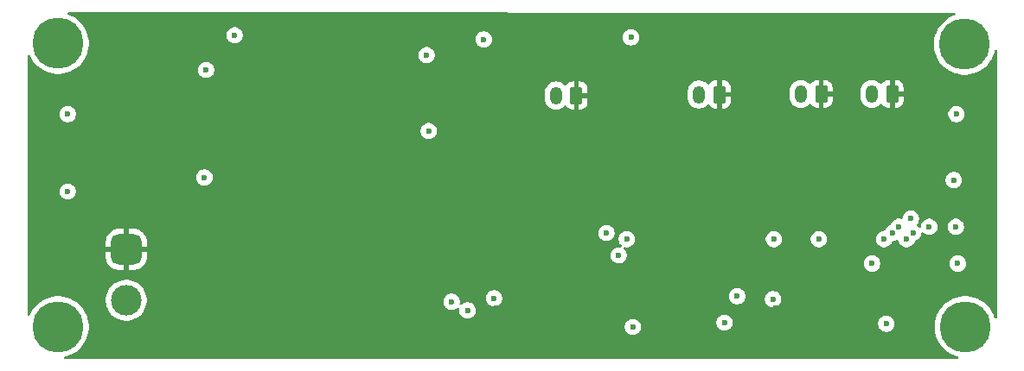
<source format=gbr>
%TF.GenerationSoftware,KiCad,Pcbnew,9.0.4*%
%TF.CreationDate,2025-11-01T22:13:15-04:00*%
%TF.ProjectId,power_distribution,706f7765-725f-4646-9973-747269627574,v1*%
%TF.SameCoordinates,Original*%
%TF.FileFunction,Copper,L4,Bot*%
%TF.FilePolarity,Positive*%
%FSLAX46Y46*%
G04 Gerber Fmt 4.6, Leading zero omitted, Abs format (unit mm)*
G04 Created by KiCad (PCBNEW 9.0.4) date 2025-11-01 22:13:15*
%MOMM*%
%LPD*%
G01*
G04 APERTURE LIST*
G04 Aperture macros list*
%AMRoundRect*
0 Rectangle with rounded corners*
0 $1 Rounding radius*
0 $2 $3 $4 $5 $6 $7 $8 $9 X,Y pos of 4 corners*
0 Add a 4 corners polygon primitive as box body*
4,1,4,$2,$3,$4,$5,$6,$7,$8,$9,$2,$3,0*
0 Add four circle primitives for the rounded corners*
1,1,$1+$1,$2,$3*
1,1,$1+$1,$4,$5*
1,1,$1+$1,$6,$7*
1,1,$1+$1,$8,$9*
0 Add four rect primitives between the rounded corners*
20,1,$1+$1,$2,$3,$4,$5,0*
20,1,$1+$1,$4,$5,$6,$7,0*
20,1,$1+$1,$6,$7,$8,$9,0*
20,1,$1+$1,$8,$9,$2,$3,0*%
G04 Aperture macros list end*
%TA.AperFunction,ComponentPad*%
%ADD10C,0.800000*%
%TD*%
%TA.AperFunction,ComponentPad*%
%ADD11C,5.000000*%
%TD*%
%TA.AperFunction,ComponentPad*%
%ADD12RoundRect,0.250000X0.350000X0.625000X-0.350000X0.625000X-0.350000X-0.625000X0.350000X-0.625000X0*%
%TD*%
%TA.AperFunction,ComponentPad*%
%ADD13O,1.200000X1.750000*%
%TD*%
%TA.AperFunction,ComponentPad*%
%ADD14RoundRect,0.750000X-0.750000X0.750000X-0.750000X-0.750000X0.750000X-0.750000X0.750000X0.750000X0*%
%TD*%
%TA.AperFunction,ComponentPad*%
%ADD15C,3.000000*%
%TD*%
%TA.AperFunction,ViaPad*%
%ADD16C,0.600000*%
%TD*%
G04 APERTURE END LIST*
D10*
%TO.P,H1,1,1*%
%TO.N,unconnected-(H1-Pad1)*%
X17400000Y-15600000D03*
X16850825Y-16925825D03*
X16850825Y-14274175D03*
X15525000Y-17475000D03*
D11*
X15525000Y-15600000D03*
D10*
X15525000Y-13725000D03*
X14199175Y-16925825D03*
X14199175Y-14274175D03*
X13650000Y-15600000D03*
%TD*%
%TO.P,H4,1,1*%
%TO.N,unconnected-(H4-Pad1)_8*%
X102450000Y-43400000D03*
X102999175Y-42074175D03*
X102999175Y-44725825D03*
X104325000Y-41525000D03*
D11*
X104325000Y-43400000D03*
D10*
X104325000Y-45275000D03*
X105650825Y-42074175D03*
X105650825Y-44725825D03*
X106200000Y-43400000D03*
%TD*%
%TO.P,H3,1,1*%
%TO.N,unconnected-(H3-Pad1)_5*%
X13650000Y-43400000D03*
X14199175Y-42074175D03*
X14199175Y-44725825D03*
X15525000Y-41525000D03*
D11*
X15525000Y-43400000D03*
D10*
X15525000Y-45275000D03*
X16850825Y-42074175D03*
X16850825Y-44725825D03*
X17400000Y-43400000D03*
%TD*%
%TO.P,H2,1,1*%
%TO.N,unconnected-(H2-Pad1)_2*%
X102399175Y-15674175D03*
X102948350Y-14348350D03*
X102948350Y-17000000D03*
X104274175Y-13799175D03*
D11*
X104274175Y-15674175D03*
D10*
X104274175Y-17549175D03*
X105600000Y-14348350D03*
X105600000Y-17000000D03*
X106149175Y-15674175D03*
%TD*%
D12*
%TO.P,J2,1,Pin_1*%
%TO.N,GND*%
X66262500Y-20709700D03*
D13*
%TO.P,J2,2,Pin_2*%
%TO.N,Net-(D3-A)*%
X64262500Y-20709700D03*
%TD*%
D12*
%TO.P,J4,1,Pin_1*%
%TO.N,GND*%
X90225000Y-20562500D03*
D13*
%TO.P,J4,2,Pin_2*%
%TO.N,Net-(J4-Pin_2)*%
X88225000Y-20562500D03*
%TD*%
D12*
%TO.P,J3,1,Pin_1*%
%TO.N,GND*%
X80262500Y-20609700D03*
D13*
%TO.P,J3,2,Pin_2*%
%TO.N,Net-(D6-A)*%
X78262500Y-20609700D03*
%TD*%
D14*
%TO.P,J1,1,Pin_1*%
%TO.N,GND*%
X22200000Y-35800000D03*
D15*
%TO.P,J1,2,Pin_2*%
%TO.N,Net-(J1-Pin_2)*%
X22200000Y-40800000D03*
%TD*%
D12*
%TO.P,J5,1,Pin_1*%
%TO.N,GND*%
X97175000Y-20562500D03*
D13*
%TO.P,J5,2,Pin_2*%
%TO.N,Net-(J5-Pin_2)*%
X95175000Y-20562500D03*
%TD*%
D16*
%TO.N,5V_BUS*%
X54050000Y-40950000D03*
%TO.N,VBAT*%
X29850000Y-28750000D03*
X16466667Y-30133333D03*
%TO.N,GND*%
X94400000Y-24800000D03*
X33500000Y-26500000D03*
X76500000Y-27750000D03*
X99300000Y-42200000D03*
X21250000Y-20500000D03*
X57400000Y-24800000D03*
X90600000Y-24800000D03*
X99300000Y-39000000D03*
X72600000Y-24600000D03*
X74400000Y-42400000D03*
X28800000Y-31600000D03*
X97250000Y-18500000D03*
X81750000Y-19000000D03*
X52800000Y-23300000D03*
X99200000Y-24800000D03*
X66250000Y-18750000D03*
X72400000Y-39200000D03*
X85750000Y-43712500D03*
X51750000Y-27900000D03*
X73400000Y-37400000D03*
X33500000Y-25000000D03*
X33500000Y-29500000D03*
X98500000Y-19250000D03*
X35000000Y-21000000D03*
X51600000Y-22000000D03*
X91400000Y-23200000D03*
X34750000Y-30500000D03*
X53800000Y-22000000D03*
X52800000Y-17450000D03*
X99000000Y-23200000D03*
X67000000Y-25000000D03*
X92000000Y-20500000D03*
X42000000Y-30400000D03*
X74400000Y-39200000D03*
X81750000Y-20609700D03*
X36600000Y-23000000D03*
X97200000Y-42100000D03*
X62000000Y-29500000D03*
X43062500Y-42687500D03*
X25300000Y-35800000D03*
X41127498Y-45377498D03*
X67500000Y-19250000D03*
X18500000Y-21933333D03*
X35250000Y-22000000D03*
X63750000Y-32000000D03*
X98300000Y-37200000D03*
X67750000Y-20709700D03*
X39437500Y-42687500D03*
X91500000Y-19250000D03*
X41127498Y-39872502D03*
X58400000Y-41600000D03*
X19100000Y-35800000D03*
X24000000Y-22250000D03*
X34800000Y-14800000D03*
X53800000Y-19200000D03*
X33500000Y-27750000D03*
X73362500Y-44455000D03*
X78000000Y-30250000D03*
X20250000Y-28500000D03*
X22250000Y-38250000D03*
X87200000Y-29600000D03*
X51600000Y-19200000D03*
X16333333Y-37733333D03*
X60250000Y-32000000D03*
X22200000Y-33300000D03*
X60200000Y-34400000D03*
X86887500Y-45287500D03*
X58000000Y-19800000D03*
X85800000Y-41600000D03*
X80800000Y-24600000D03*
X98300000Y-43900000D03*
X77000000Y-34000000D03*
X75000000Y-30250000D03*
X80250000Y-18500000D03*
X58250000Y-43750000D03*
X98750000Y-20600000D03*
X90250000Y-18500000D03*
X72400000Y-42400000D03*
X21250000Y-24250000D03*
X59475000Y-45000000D03*
X71800000Y-19600000D03*
X36085750Y-22114250D03*
X97200000Y-38900000D03*
%TO.N,12V_BUS*%
X103600000Y-37200000D03*
X69200000Y-34200000D03*
X57200000Y-15200000D03*
X98600000Y-34800000D03*
X32800000Y-14800000D03*
X71200000Y-34800000D03*
X58200000Y-40600000D03*
X51800000Y-24200000D03*
X96400000Y-34800000D03*
X90000000Y-34800000D03*
X55600000Y-41800000D03*
X85600000Y-34800000D03*
X51600000Y-16750000D03*
%TO.N,5V_BUS*%
X71600000Y-15012500D03*
X100800000Y-33600000D03*
X85500000Y-40700000D03*
X103200000Y-29000000D03*
X80750000Y-43000000D03*
X99200000Y-34200000D03*
X70400000Y-36400000D03*
X97800000Y-33600000D03*
X97200000Y-34200000D03*
X71775000Y-43425000D03*
X103400000Y-33600000D03*
%TO.N,3V3_BUS*%
X95200000Y-37200000D03*
X103466667Y-22533333D03*
X99000000Y-32800000D03*
X96600000Y-43100000D03*
X81999826Y-40400000D03*
%TO.N,Net-(U1-EN)*%
X30000000Y-18200000D03*
X16466667Y-22533333D03*
%TD*%
%TA.AperFunction,Conductor*%
%TO.N,GND*%
G36*
X103248135Y-12598979D02*
G01*
X103315157Y-12618724D01*
X103360864Y-12671568D01*
X103370746Y-12740736D01*
X103341664Y-12804265D01*
X103288979Y-12840020D01*
X103124120Y-12897707D01*
X102820491Y-13043927D01*
X102535137Y-13223228D01*
X102271652Y-13433349D01*
X102033349Y-13671652D01*
X101823228Y-13935137D01*
X101643927Y-14220491D01*
X101497707Y-14524120D01*
X101386402Y-14842209D01*
X101386398Y-14842221D01*
X101311408Y-15170777D01*
X101311406Y-15170793D01*
X101273675Y-15505666D01*
X101273675Y-15842683D01*
X101311406Y-16177556D01*
X101311408Y-16177572D01*
X101386398Y-16506128D01*
X101386402Y-16506140D01*
X101497707Y-16824229D01*
X101643927Y-17127858D01*
X101643929Y-17127861D01*
X101823229Y-17413214D01*
X102033350Y-17676698D01*
X102271652Y-17915000D01*
X102535136Y-18125121D01*
X102820489Y-18304421D01*
X103124124Y-18450644D01*
X103363023Y-18534238D01*
X103442209Y-18561947D01*
X103442221Y-18561951D01*
X103770781Y-18636942D01*
X104105667Y-18674674D01*
X104105668Y-18674675D01*
X104105671Y-18674675D01*
X104442682Y-18674675D01*
X104442682Y-18674674D01*
X104777569Y-18636942D01*
X105106129Y-18561951D01*
X105424226Y-18450644D01*
X105727861Y-18304421D01*
X106013214Y-18125121D01*
X106276698Y-17915000D01*
X106515000Y-17676698D01*
X106725121Y-17413214D01*
X106904421Y-17127861D01*
X107050644Y-16824226D01*
X107161951Y-16506129D01*
X107203886Y-16322396D01*
X107237993Y-16261421D01*
X107299654Y-16228562D01*
X107369292Y-16234257D01*
X107424795Y-16276696D01*
X107448544Y-16342406D01*
X107448776Y-16350063D01*
X107433686Y-42469632D01*
X107413963Y-42536660D01*
X107361132Y-42582384D01*
X107291968Y-42592288D01*
X107228429Y-42563226D01*
X107192645Y-42510515D01*
X107150687Y-42390606D01*
X107101469Y-42249949D01*
X106955246Y-41946314D01*
X106775946Y-41660961D01*
X106565825Y-41397477D01*
X106327523Y-41159175D01*
X106064039Y-40949054D01*
X105793153Y-40778844D01*
X105778683Y-40769752D01*
X105475054Y-40623532D01*
X105156965Y-40512227D01*
X105156953Y-40512223D01*
X104828397Y-40437233D01*
X104828381Y-40437231D01*
X104493508Y-40399500D01*
X104493504Y-40399500D01*
X104156496Y-40399500D01*
X104156491Y-40399500D01*
X103821618Y-40437231D01*
X103821602Y-40437233D01*
X103493046Y-40512223D01*
X103493034Y-40512227D01*
X103174945Y-40623532D01*
X102871316Y-40769752D01*
X102585962Y-40949053D01*
X102322477Y-41159174D01*
X102084174Y-41397477D01*
X101874053Y-41660962D01*
X101694752Y-41946316D01*
X101548532Y-42249945D01*
X101437227Y-42568034D01*
X101437223Y-42568046D01*
X101362233Y-42896602D01*
X101362231Y-42896618D01*
X101324500Y-43231491D01*
X101324500Y-43568508D01*
X101362231Y-43903381D01*
X101362233Y-43903397D01*
X101437223Y-44231953D01*
X101437227Y-44231965D01*
X101548532Y-44550054D01*
X101694752Y-44853683D01*
X101694754Y-44853686D01*
X101874054Y-45139039D01*
X102084175Y-45402523D01*
X102322477Y-45640825D01*
X102585961Y-45850946D01*
X102871314Y-46030246D01*
X103174949Y-46176469D01*
X103411658Y-46259297D01*
X103493034Y-46287772D01*
X103493046Y-46287776D01*
X103568622Y-46305025D01*
X103629599Y-46339133D01*
X103662458Y-46400794D01*
X103656763Y-46470431D01*
X103614324Y-46525935D01*
X103548614Y-46549684D01*
X103541069Y-46549916D01*
X16186813Y-46577806D01*
X16119767Y-46558143D01*
X16073995Y-46505353D01*
X16064030Y-46436198D01*
X16093034Y-46372633D01*
X16151800Y-46334840D01*
X16159150Y-46332922D01*
X16356954Y-46287776D01*
X16675051Y-46176469D01*
X16978686Y-46030246D01*
X17264039Y-45850946D01*
X17527523Y-45640825D01*
X17765825Y-45402523D01*
X17975946Y-45139039D01*
X18155246Y-44853686D01*
X18301469Y-44550051D01*
X18412776Y-44231954D01*
X18487767Y-43903394D01*
X18525500Y-43568504D01*
X18525500Y-43346153D01*
X70974500Y-43346153D01*
X70974500Y-43503846D01*
X71005261Y-43658489D01*
X71005264Y-43658501D01*
X71065602Y-43804172D01*
X71065609Y-43804185D01*
X71153210Y-43935288D01*
X71153213Y-43935292D01*
X71264707Y-44046786D01*
X71264711Y-44046789D01*
X71395814Y-44134390D01*
X71395827Y-44134397D01*
X71541498Y-44194735D01*
X71541503Y-44194737D01*
X71678402Y-44221968D01*
X71696153Y-44225499D01*
X71696156Y-44225500D01*
X71696158Y-44225500D01*
X71853844Y-44225500D01*
X71853845Y-44225499D01*
X72008497Y-44194737D01*
X72154179Y-44134394D01*
X72285289Y-44046789D01*
X72396789Y-43935289D01*
X72484394Y-43804179D01*
X72544737Y-43658497D01*
X72575500Y-43503842D01*
X72575500Y-43346158D01*
X72575500Y-43346155D01*
X72575499Y-43346153D01*
X72553090Y-43233497D01*
X72544737Y-43191503D01*
X72539493Y-43178842D01*
X72484397Y-43045827D01*
X72484390Y-43045814D01*
X72443058Y-42983957D01*
X72401093Y-42921153D01*
X79949500Y-42921153D01*
X79949500Y-43078846D01*
X79980261Y-43233489D01*
X79980264Y-43233501D01*
X80040602Y-43379172D01*
X80040609Y-43379185D01*
X80128210Y-43510288D01*
X80128213Y-43510292D01*
X80239707Y-43621786D01*
X80239711Y-43621789D01*
X80370814Y-43709390D01*
X80370827Y-43709397D01*
X80516498Y-43769735D01*
X80516503Y-43769737D01*
X80671153Y-43800499D01*
X80671156Y-43800500D01*
X80671158Y-43800500D01*
X80828844Y-43800500D01*
X80828845Y-43800499D01*
X80983497Y-43769737D01*
X81129179Y-43709394D01*
X81260289Y-43621789D01*
X81371789Y-43510289D01*
X81459394Y-43379179D01*
X81519737Y-43233497D01*
X81550500Y-43078842D01*
X81550500Y-43021153D01*
X95799500Y-43021153D01*
X95799500Y-43178846D01*
X95830261Y-43333489D01*
X95830264Y-43333501D01*
X95890602Y-43479172D01*
X95890609Y-43479185D01*
X95978210Y-43610288D01*
X95978213Y-43610292D01*
X96089707Y-43721786D01*
X96089711Y-43721789D01*
X96220814Y-43809390D01*
X96220827Y-43809397D01*
X96366498Y-43869735D01*
X96366503Y-43869737D01*
X96521153Y-43900499D01*
X96521156Y-43900500D01*
X96521158Y-43900500D01*
X96678844Y-43900500D01*
X96678845Y-43900499D01*
X96833497Y-43869737D01*
X96979179Y-43809394D01*
X97110289Y-43721789D01*
X97221789Y-43610289D01*
X97309394Y-43479179D01*
X97369737Y-43333497D01*
X97400500Y-43178842D01*
X97400500Y-43021158D01*
X97400500Y-43021155D01*
X97400499Y-43021153D01*
X97393100Y-42983957D01*
X97369737Y-42866503D01*
X97342398Y-42800500D01*
X97309397Y-42720827D01*
X97309390Y-42720814D01*
X97221789Y-42589711D01*
X97221786Y-42589707D01*
X97110292Y-42478213D01*
X97110288Y-42478210D01*
X96979185Y-42390609D01*
X96979172Y-42390602D01*
X96833501Y-42330264D01*
X96833489Y-42330261D01*
X96678845Y-42299500D01*
X96678842Y-42299500D01*
X96521158Y-42299500D01*
X96521155Y-42299500D01*
X96366510Y-42330261D01*
X96366498Y-42330264D01*
X96220827Y-42390602D01*
X96220814Y-42390609D01*
X96089711Y-42478210D01*
X96089707Y-42478213D01*
X95978213Y-42589707D01*
X95978210Y-42589711D01*
X95890609Y-42720814D01*
X95890602Y-42720827D01*
X95830264Y-42866498D01*
X95830261Y-42866510D01*
X95799500Y-43021153D01*
X81550500Y-43021153D01*
X81550500Y-42921158D01*
X81550500Y-42921155D01*
X81550499Y-42921153D01*
X81527039Y-42803213D01*
X81519737Y-42766503D01*
X81519735Y-42766498D01*
X81459397Y-42620827D01*
X81459390Y-42620814D01*
X81371789Y-42489711D01*
X81371786Y-42489707D01*
X81260292Y-42378213D01*
X81260288Y-42378210D01*
X81129185Y-42290609D01*
X81129172Y-42290602D01*
X80983501Y-42230264D01*
X80983489Y-42230261D01*
X80828845Y-42199500D01*
X80828842Y-42199500D01*
X80671158Y-42199500D01*
X80671155Y-42199500D01*
X80516510Y-42230261D01*
X80516498Y-42230264D01*
X80370827Y-42290602D01*
X80370814Y-42290609D01*
X80239711Y-42378210D01*
X80239707Y-42378213D01*
X80128213Y-42489707D01*
X80128210Y-42489711D01*
X80040609Y-42620814D01*
X80040602Y-42620827D01*
X79980264Y-42766498D01*
X79980261Y-42766510D01*
X79949500Y-42921153D01*
X72401093Y-42921153D01*
X72396789Y-42914711D01*
X72396786Y-42914707D01*
X72285292Y-42803213D01*
X72285287Y-42803209D01*
X72154185Y-42715609D01*
X72154172Y-42715602D01*
X72008501Y-42655264D01*
X72008489Y-42655261D01*
X71853845Y-42624500D01*
X71853842Y-42624500D01*
X71696158Y-42624500D01*
X71696155Y-42624500D01*
X71541510Y-42655261D01*
X71541498Y-42655264D01*
X71395827Y-42715602D01*
X71395814Y-42715609D01*
X71264713Y-42803209D01*
X71264707Y-42803213D01*
X71153213Y-42914707D01*
X71153210Y-42914711D01*
X71065609Y-43045814D01*
X71065602Y-43045827D01*
X71005264Y-43191498D01*
X71005261Y-43191510D01*
X70974500Y-43346153D01*
X18525500Y-43346153D01*
X18525500Y-43231496D01*
X18487767Y-42896606D01*
X18412776Y-42568046D01*
X18411089Y-42563226D01*
X18350687Y-42390606D01*
X18301469Y-42249949D01*
X18155246Y-41946314D01*
X17975946Y-41660961D01*
X17765825Y-41397477D01*
X17527523Y-41159175D01*
X17264039Y-40949054D01*
X16978782Y-40769814D01*
X16978781Y-40769813D01*
X16978689Y-40769755D01*
X16978687Y-40769754D01*
X16769203Y-40668872D01*
X20199500Y-40668872D01*
X20199500Y-40931127D01*
X20223089Y-41110289D01*
X20233730Y-41191116D01*
X20289024Y-41397477D01*
X20301602Y-41444418D01*
X20301605Y-41444428D01*
X20401953Y-41686690D01*
X20401958Y-41686700D01*
X20533075Y-41913803D01*
X20692718Y-42121851D01*
X20692726Y-42121860D01*
X20878140Y-42307274D01*
X20878148Y-42307281D01*
X20878149Y-42307282D01*
X20882068Y-42310289D01*
X21086196Y-42466924D01*
X21313299Y-42598041D01*
X21313309Y-42598046D01*
X21451446Y-42655264D01*
X21555581Y-42698398D01*
X21808884Y-42766270D01*
X22068880Y-42800500D01*
X22068887Y-42800500D01*
X22331113Y-42800500D01*
X22331120Y-42800500D01*
X22591116Y-42766270D01*
X22844419Y-42698398D01*
X23031723Y-42620814D01*
X23086690Y-42598046D01*
X23086691Y-42598045D01*
X23086697Y-42598043D01*
X23313803Y-42466924D01*
X23521851Y-42307282D01*
X23521855Y-42307277D01*
X23521860Y-42307274D01*
X23707274Y-42121860D01*
X23707277Y-42121855D01*
X23707282Y-42121851D01*
X23866924Y-41913803D01*
X23998043Y-41686697D01*
X24098398Y-41444419D01*
X24166270Y-41191116D01*
X24200500Y-40931120D01*
X24200500Y-40871153D01*
X53249500Y-40871153D01*
X53249500Y-41028846D01*
X53280261Y-41183489D01*
X53280264Y-41183501D01*
X53340602Y-41329172D01*
X53340609Y-41329185D01*
X53428210Y-41460288D01*
X53428213Y-41460292D01*
X53539707Y-41571786D01*
X53539711Y-41571789D01*
X53670814Y-41659390D01*
X53670827Y-41659397D01*
X53816498Y-41719735D01*
X53816503Y-41719737D01*
X53971153Y-41750499D01*
X53971156Y-41750500D01*
X53971158Y-41750500D01*
X54128844Y-41750500D01*
X54128845Y-41750499D01*
X54283497Y-41719737D01*
X54396166Y-41673067D01*
X54429172Y-41659397D01*
X54429172Y-41659396D01*
X54429179Y-41659394D01*
X54560289Y-41571789D01*
X54606938Y-41525140D01*
X54668261Y-41491654D01*
X54737952Y-41496638D01*
X54793886Y-41538509D01*
X54818304Y-41603973D01*
X54816237Y-41637011D01*
X54799500Y-41721153D01*
X54799500Y-41878846D01*
X54830261Y-42033489D01*
X54830264Y-42033501D01*
X54890602Y-42179172D01*
X54890609Y-42179185D01*
X54978210Y-42310288D01*
X54978213Y-42310292D01*
X55089707Y-42421786D01*
X55089711Y-42421789D01*
X55220814Y-42509390D01*
X55220827Y-42509397D01*
X55366498Y-42569735D01*
X55366503Y-42569737D01*
X55479874Y-42592288D01*
X55521153Y-42600499D01*
X55521156Y-42600500D01*
X55521158Y-42600500D01*
X55678844Y-42600500D01*
X55678845Y-42600499D01*
X55833497Y-42569737D01*
X55979179Y-42509394D01*
X56110289Y-42421789D01*
X56221789Y-42310289D01*
X56309394Y-42179179D01*
X56369737Y-42033497D01*
X56400500Y-41878842D01*
X56400500Y-41721158D01*
X56400500Y-41721155D01*
X56400499Y-41721153D01*
X56370788Y-41571789D01*
X56369737Y-41566503D01*
X56342398Y-41500500D01*
X56309397Y-41420827D01*
X56309390Y-41420814D01*
X56221789Y-41289711D01*
X56221786Y-41289707D01*
X56110292Y-41178213D01*
X56110288Y-41178210D01*
X55979185Y-41090609D01*
X55979172Y-41090602D01*
X55833501Y-41030264D01*
X55833489Y-41030261D01*
X55678845Y-40999500D01*
X55678842Y-40999500D01*
X55521158Y-40999500D01*
X55521155Y-40999500D01*
X55366510Y-41030261D01*
X55366498Y-41030264D01*
X55220827Y-41090602D01*
X55220814Y-41090609D01*
X55089711Y-41178210D01*
X55089706Y-41178214D01*
X55043059Y-41224861D01*
X54981736Y-41258345D01*
X54912044Y-41253360D01*
X54856111Y-41211488D01*
X54831695Y-41146024D01*
X54833761Y-41112990D01*
X54850217Y-41030264D01*
X54850500Y-41028843D01*
X54850500Y-40871155D01*
X54850499Y-40871153D01*
X54819737Y-40716503D01*
X54804138Y-40678844D01*
X54759394Y-40570820D01*
X54726207Y-40521153D01*
X57399500Y-40521153D01*
X57399500Y-40678846D01*
X57430261Y-40833489D01*
X57430264Y-40833501D01*
X57490602Y-40979172D01*
X57490609Y-40979185D01*
X57578210Y-41110288D01*
X57578213Y-41110292D01*
X57689707Y-41221786D01*
X57689711Y-41221789D01*
X57820814Y-41309390D01*
X57820827Y-41309397D01*
X57966498Y-41369735D01*
X57966503Y-41369737D01*
X58121153Y-41400499D01*
X58121156Y-41400500D01*
X58121158Y-41400500D01*
X58278844Y-41400500D01*
X58278845Y-41400499D01*
X58433497Y-41369737D01*
X58579179Y-41309394D01*
X58710289Y-41221789D01*
X58821789Y-41110289D01*
X58909394Y-40979179D01*
X58969737Y-40833497D01*
X59000500Y-40678842D01*
X59000500Y-40521158D01*
X59000500Y-40521155D01*
X59000499Y-40521153D01*
X58969737Y-40366503D01*
X58950955Y-40321158D01*
X58950953Y-40321153D01*
X81199326Y-40321153D01*
X81199326Y-40478846D01*
X81230087Y-40633489D01*
X81230090Y-40633501D01*
X81290428Y-40779172D01*
X81290435Y-40779185D01*
X81378036Y-40910288D01*
X81378039Y-40910292D01*
X81489533Y-41021786D01*
X81489537Y-41021789D01*
X81620640Y-41109390D01*
X81620653Y-41109397D01*
X81709080Y-41146024D01*
X81766329Y-41169737D01*
X81873798Y-41191114D01*
X81920979Y-41200499D01*
X81920982Y-41200500D01*
X81920984Y-41200500D01*
X82078670Y-41200500D01*
X82078671Y-41200499D01*
X82233323Y-41169737D01*
X82379005Y-41109394D01*
X82510115Y-41021789D01*
X82621615Y-40910289D01*
X82709220Y-40779179D01*
X82713100Y-40769813D01*
X82750780Y-40678844D01*
X82769563Y-40633497D01*
X82772018Y-40621153D01*
X84699500Y-40621153D01*
X84699500Y-40778846D01*
X84730261Y-40933489D01*
X84730264Y-40933501D01*
X84790602Y-41079172D01*
X84790609Y-41079185D01*
X84878210Y-41210288D01*
X84878213Y-41210292D01*
X84989707Y-41321786D01*
X84989711Y-41321789D01*
X85120814Y-41409390D01*
X85120827Y-41409397D01*
X85266498Y-41469735D01*
X85266503Y-41469737D01*
X85401743Y-41496638D01*
X85421153Y-41500499D01*
X85421156Y-41500500D01*
X85421158Y-41500500D01*
X85578844Y-41500500D01*
X85578845Y-41500499D01*
X85733497Y-41469737D01*
X85851592Y-41420821D01*
X85879172Y-41409397D01*
X85879172Y-41409396D01*
X85879179Y-41409394D01*
X86010289Y-41321789D01*
X86121789Y-41210289D01*
X86209394Y-41079179D01*
X86269737Y-40933497D01*
X86300500Y-40778842D01*
X86300500Y-40621158D01*
X86300500Y-40621155D01*
X86300499Y-40621153D01*
X86290486Y-40570814D01*
X86269737Y-40466503D01*
X86269735Y-40466498D01*
X86209397Y-40320827D01*
X86209390Y-40320814D01*
X86121789Y-40189711D01*
X86121786Y-40189707D01*
X86010292Y-40078213D01*
X86010288Y-40078210D01*
X85879185Y-39990609D01*
X85879172Y-39990602D01*
X85733501Y-39930264D01*
X85733489Y-39930261D01*
X85578845Y-39899500D01*
X85578842Y-39899500D01*
X85421158Y-39899500D01*
X85421155Y-39899500D01*
X85266510Y-39930261D01*
X85266498Y-39930264D01*
X85120827Y-39990602D01*
X85120814Y-39990609D01*
X84989711Y-40078210D01*
X84989707Y-40078213D01*
X84878213Y-40189707D01*
X84878210Y-40189711D01*
X84790609Y-40320814D01*
X84790602Y-40320827D01*
X84730264Y-40466498D01*
X84730261Y-40466510D01*
X84699500Y-40621153D01*
X82772018Y-40621153D01*
X82778042Y-40590874D01*
X82778042Y-40590873D01*
X82800325Y-40478846D01*
X82800326Y-40478844D01*
X82800326Y-40321155D01*
X82800325Y-40321153D01*
X82800258Y-40320814D01*
X82769563Y-40166503D01*
X82737755Y-40089711D01*
X82709223Y-40020827D01*
X82709216Y-40020814D01*
X82621615Y-39889711D01*
X82621612Y-39889707D01*
X82510118Y-39778213D01*
X82510114Y-39778210D01*
X82379011Y-39690609D01*
X82378998Y-39690602D01*
X82233327Y-39630264D01*
X82233315Y-39630261D01*
X82078671Y-39599500D01*
X82078668Y-39599500D01*
X81920984Y-39599500D01*
X81920981Y-39599500D01*
X81766336Y-39630261D01*
X81766324Y-39630264D01*
X81620653Y-39690602D01*
X81620640Y-39690609D01*
X81489537Y-39778210D01*
X81489533Y-39778213D01*
X81378039Y-39889707D01*
X81378036Y-39889711D01*
X81290435Y-40020814D01*
X81290428Y-40020827D01*
X81230090Y-40166498D01*
X81230087Y-40166510D01*
X81199326Y-40321153D01*
X58950953Y-40321153D01*
X58909397Y-40220827D01*
X58909390Y-40220814D01*
X58821789Y-40089711D01*
X58821786Y-40089707D01*
X58710292Y-39978213D01*
X58710288Y-39978210D01*
X58579185Y-39890609D01*
X58579172Y-39890602D01*
X58433501Y-39830264D01*
X58433489Y-39830261D01*
X58278845Y-39799500D01*
X58278842Y-39799500D01*
X58121158Y-39799500D01*
X58121155Y-39799500D01*
X57966510Y-39830261D01*
X57966498Y-39830264D01*
X57820827Y-39890602D01*
X57820814Y-39890609D01*
X57689711Y-39978210D01*
X57689707Y-39978213D01*
X57578213Y-40089707D01*
X57578210Y-40089711D01*
X57490609Y-40220814D01*
X57490602Y-40220827D01*
X57430264Y-40366498D01*
X57430261Y-40366510D01*
X57399500Y-40521153D01*
X54726207Y-40521153D01*
X54671789Y-40439711D01*
X54671786Y-40439707D01*
X54560292Y-40328213D01*
X54560288Y-40328210D01*
X54429185Y-40240609D01*
X54429172Y-40240602D01*
X54283501Y-40180264D01*
X54283489Y-40180261D01*
X54128845Y-40149500D01*
X54128842Y-40149500D01*
X53971158Y-40149500D01*
X53971155Y-40149500D01*
X53816510Y-40180261D01*
X53816498Y-40180264D01*
X53670827Y-40240602D01*
X53670814Y-40240609D01*
X53539711Y-40328210D01*
X53539707Y-40328213D01*
X53428213Y-40439707D01*
X53428210Y-40439711D01*
X53340609Y-40570814D01*
X53340602Y-40570827D01*
X53280264Y-40716498D01*
X53280261Y-40716510D01*
X53249500Y-40871153D01*
X24200500Y-40871153D01*
X24200500Y-40668880D01*
X24166270Y-40408884D01*
X24098398Y-40155581D01*
X24066351Y-40078213D01*
X23998046Y-39913309D01*
X23998041Y-39913299D01*
X23866924Y-39686196D01*
X23707281Y-39478148D01*
X23707274Y-39478140D01*
X23521860Y-39292726D01*
X23521851Y-39292718D01*
X23313803Y-39133075D01*
X23086700Y-39001958D01*
X23086690Y-39001953D01*
X22844428Y-38901605D01*
X22844421Y-38901603D01*
X22844419Y-38901602D01*
X22591116Y-38833730D01*
X22533339Y-38826123D01*
X22331127Y-38799500D01*
X22331120Y-38799500D01*
X22068880Y-38799500D01*
X22068872Y-38799500D01*
X21837772Y-38829926D01*
X21808884Y-38833730D01*
X21555581Y-38901602D01*
X21555571Y-38901605D01*
X21313309Y-39001953D01*
X21313299Y-39001958D01*
X21086196Y-39133075D01*
X20878148Y-39292718D01*
X20692718Y-39478148D01*
X20533075Y-39686196D01*
X20401958Y-39913299D01*
X20401953Y-39913309D01*
X20301605Y-40155571D01*
X20301602Y-40155581D01*
X20236245Y-40399500D01*
X20233730Y-40408885D01*
X20199500Y-40668872D01*
X16769203Y-40668872D01*
X16675054Y-40623532D01*
X16356965Y-40512227D01*
X16356953Y-40512223D01*
X16028397Y-40437233D01*
X16028381Y-40437231D01*
X15693508Y-40399500D01*
X15693504Y-40399500D01*
X15356496Y-40399500D01*
X15356491Y-40399500D01*
X15021618Y-40437231D01*
X15021602Y-40437233D01*
X14693046Y-40512223D01*
X14693034Y-40512227D01*
X14374945Y-40623532D01*
X14071316Y-40769752D01*
X13785962Y-40949053D01*
X13522477Y-41159174D01*
X13284174Y-41397477D01*
X13074053Y-41660962D01*
X12894752Y-41946316D01*
X12757540Y-42231241D01*
X12710718Y-42283100D01*
X12643291Y-42301413D01*
X12576667Y-42280365D01*
X12531998Y-42226639D01*
X12521820Y-42177439D01*
X12521820Y-34985803D01*
X20200000Y-34985803D01*
X20200000Y-35550000D01*
X21332096Y-35550000D01*
X21300000Y-35711358D01*
X21300000Y-35888642D01*
X21332096Y-36050000D01*
X20200001Y-36050000D01*
X20200001Y-36614197D01*
X20210400Y-36746332D01*
X20265377Y-36964519D01*
X20358428Y-37169374D01*
X20358431Y-37169380D01*
X20486559Y-37354323D01*
X20486569Y-37354335D01*
X20645664Y-37513430D01*
X20645676Y-37513440D01*
X20830619Y-37641568D01*
X20830625Y-37641571D01*
X21035480Y-37734622D01*
X21253667Y-37789599D01*
X21385810Y-37799999D01*
X21949999Y-37799999D01*
X21950000Y-37799998D01*
X21950000Y-36667904D01*
X22111358Y-36700000D01*
X22288642Y-36700000D01*
X22450000Y-36667904D01*
X22450000Y-37799999D01*
X23014182Y-37799999D01*
X23014197Y-37799998D01*
X23146332Y-37789599D01*
X23364519Y-37734622D01*
X23569374Y-37641571D01*
X23569380Y-37641568D01*
X23754323Y-37513440D01*
X23754335Y-37513430D01*
X23913430Y-37354335D01*
X23913440Y-37354323D01*
X24041568Y-37169380D01*
X24041571Y-37169374D01*
X24134622Y-36964519D01*
X24189599Y-36746332D01*
X24199999Y-36614196D01*
X24200000Y-36614184D01*
X24200000Y-36321153D01*
X69599500Y-36321153D01*
X69599500Y-36478846D01*
X69630261Y-36633489D01*
X69630264Y-36633501D01*
X69690602Y-36779172D01*
X69690609Y-36779185D01*
X69778210Y-36910288D01*
X69778213Y-36910292D01*
X69889707Y-37021786D01*
X69889711Y-37021789D01*
X70020814Y-37109390D01*
X70020827Y-37109397D01*
X70165641Y-37169380D01*
X70166503Y-37169737D01*
X70321153Y-37200499D01*
X70321156Y-37200500D01*
X70321158Y-37200500D01*
X70478844Y-37200500D01*
X70478845Y-37200499D01*
X70633497Y-37169737D01*
X70750790Y-37121153D01*
X94399500Y-37121153D01*
X94399500Y-37278846D01*
X94430261Y-37433489D01*
X94430264Y-37433501D01*
X94490602Y-37579172D01*
X94490609Y-37579185D01*
X94578210Y-37710288D01*
X94578213Y-37710292D01*
X94689707Y-37821786D01*
X94689711Y-37821789D01*
X94820814Y-37909390D01*
X94820827Y-37909397D01*
X94966498Y-37969735D01*
X94966503Y-37969737D01*
X95121153Y-38000499D01*
X95121156Y-38000500D01*
X95121158Y-38000500D01*
X95278844Y-38000500D01*
X95278845Y-38000499D01*
X95433497Y-37969737D01*
X95579179Y-37909394D01*
X95710289Y-37821789D01*
X95821789Y-37710289D01*
X95909394Y-37579179D01*
X95969737Y-37433497D01*
X96000500Y-37278842D01*
X96000500Y-37121158D01*
X96000500Y-37121155D01*
X96000499Y-37121153D01*
X102799500Y-37121153D01*
X102799500Y-37278846D01*
X102830261Y-37433489D01*
X102830264Y-37433501D01*
X102890602Y-37579172D01*
X102890609Y-37579185D01*
X102978210Y-37710288D01*
X102978213Y-37710292D01*
X103089707Y-37821786D01*
X103089711Y-37821789D01*
X103220814Y-37909390D01*
X103220827Y-37909397D01*
X103366498Y-37969735D01*
X103366503Y-37969737D01*
X103521153Y-38000499D01*
X103521156Y-38000500D01*
X103521158Y-38000500D01*
X103678844Y-38000500D01*
X103678845Y-38000499D01*
X103833497Y-37969737D01*
X103979179Y-37909394D01*
X104110289Y-37821789D01*
X104221789Y-37710289D01*
X104309394Y-37579179D01*
X104369737Y-37433497D01*
X104400500Y-37278842D01*
X104400500Y-37121158D01*
X104400500Y-37121155D01*
X104400499Y-37121153D01*
X104380734Y-37021788D01*
X104369737Y-36966503D01*
X104346452Y-36910288D01*
X104309397Y-36820827D01*
X104309390Y-36820814D01*
X104221789Y-36689711D01*
X104221786Y-36689707D01*
X104110292Y-36578213D01*
X104110288Y-36578210D01*
X103979185Y-36490609D01*
X103979172Y-36490602D01*
X103833501Y-36430264D01*
X103833489Y-36430261D01*
X103678845Y-36399500D01*
X103678842Y-36399500D01*
X103521158Y-36399500D01*
X103521155Y-36399500D01*
X103366510Y-36430261D01*
X103366498Y-36430264D01*
X103220827Y-36490602D01*
X103220814Y-36490609D01*
X103089711Y-36578210D01*
X103089707Y-36578213D01*
X102978213Y-36689707D01*
X102978210Y-36689711D01*
X102890609Y-36820814D01*
X102890602Y-36820827D01*
X102830264Y-36966498D01*
X102830261Y-36966510D01*
X102799500Y-37121153D01*
X96000499Y-37121153D01*
X95980734Y-37021788D01*
X95969737Y-36966503D01*
X95946452Y-36910288D01*
X95909397Y-36820827D01*
X95909390Y-36820814D01*
X95821789Y-36689711D01*
X95821786Y-36689707D01*
X95710292Y-36578213D01*
X95710288Y-36578210D01*
X95579185Y-36490609D01*
X95579172Y-36490602D01*
X95433501Y-36430264D01*
X95433489Y-36430261D01*
X95278845Y-36399500D01*
X95278842Y-36399500D01*
X95121158Y-36399500D01*
X95121155Y-36399500D01*
X94966510Y-36430261D01*
X94966498Y-36430264D01*
X94820827Y-36490602D01*
X94820814Y-36490609D01*
X94689711Y-36578210D01*
X94689707Y-36578213D01*
X94578213Y-36689707D01*
X94578210Y-36689711D01*
X94490609Y-36820814D01*
X94490602Y-36820827D01*
X94430264Y-36966498D01*
X94430261Y-36966510D01*
X94399500Y-37121153D01*
X70750790Y-37121153D01*
X70779179Y-37109394D01*
X70910289Y-37021789D01*
X71021789Y-36910289D01*
X71109394Y-36779179D01*
X71169737Y-36633497D01*
X71200500Y-36478842D01*
X71200500Y-36321158D01*
X71200500Y-36321155D01*
X71200499Y-36321153D01*
X71169738Y-36166510D01*
X71169737Y-36166503D01*
X71169735Y-36166498D01*
X71109397Y-36020827D01*
X71109390Y-36020814D01*
X71021789Y-35889711D01*
X71021786Y-35889707D01*
X70925139Y-35793060D01*
X70891654Y-35731737D01*
X70896638Y-35662045D01*
X70938510Y-35606112D01*
X71003974Y-35581695D01*
X71037010Y-35583761D01*
X71065797Y-35589487D01*
X71121156Y-35600500D01*
X71121158Y-35600500D01*
X71278844Y-35600500D01*
X71278845Y-35600499D01*
X71433497Y-35569737D01*
X71579179Y-35509394D01*
X71710289Y-35421789D01*
X71821789Y-35310289D01*
X71909394Y-35179179D01*
X71969737Y-35033497D01*
X72000500Y-34878842D01*
X72000500Y-34721158D01*
X72000500Y-34721155D01*
X72000499Y-34721153D01*
X84799500Y-34721153D01*
X84799500Y-34878846D01*
X84830261Y-35033489D01*
X84830264Y-35033501D01*
X84890602Y-35179172D01*
X84890609Y-35179185D01*
X84978210Y-35310288D01*
X84978213Y-35310292D01*
X85089707Y-35421786D01*
X85089711Y-35421789D01*
X85220814Y-35509390D01*
X85220827Y-35509397D01*
X85289771Y-35537954D01*
X85366503Y-35569737D01*
X85516131Y-35599500D01*
X85521153Y-35600499D01*
X85521156Y-35600500D01*
X85521158Y-35600500D01*
X85678844Y-35600500D01*
X85678845Y-35600499D01*
X85833497Y-35569737D01*
X85979179Y-35509394D01*
X86110289Y-35421789D01*
X86221789Y-35310289D01*
X86309394Y-35179179D01*
X86369737Y-35033497D01*
X86400500Y-34878842D01*
X86400500Y-34721158D01*
X86400500Y-34721155D01*
X86400499Y-34721153D01*
X89199500Y-34721153D01*
X89199500Y-34878846D01*
X89230261Y-35033489D01*
X89230264Y-35033501D01*
X89290602Y-35179172D01*
X89290609Y-35179185D01*
X89378210Y-35310288D01*
X89378213Y-35310292D01*
X89489707Y-35421786D01*
X89489711Y-35421789D01*
X89620814Y-35509390D01*
X89620827Y-35509397D01*
X89689771Y-35537954D01*
X89766503Y-35569737D01*
X89916131Y-35599500D01*
X89921153Y-35600499D01*
X89921156Y-35600500D01*
X89921158Y-35600500D01*
X90078844Y-35600500D01*
X90078845Y-35600499D01*
X90233497Y-35569737D01*
X90379179Y-35509394D01*
X90510289Y-35421789D01*
X90621789Y-35310289D01*
X90709394Y-35179179D01*
X90769737Y-35033497D01*
X90800500Y-34878842D01*
X90800500Y-34721158D01*
X90800500Y-34721155D01*
X90800499Y-34721153D01*
X95599500Y-34721153D01*
X95599500Y-34878846D01*
X95630261Y-35033489D01*
X95630264Y-35033501D01*
X95690602Y-35179172D01*
X95690609Y-35179185D01*
X95778210Y-35310288D01*
X95778213Y-35310292D01*
X95889707Y-35421786D01*
X95889711Y-35421789D01*
X96020814Y-35509390D01*
X96020827Y-35509397D01*
X96089771Y-35537954D01*
X96166503Y-35569737D01*
X96316131Y-35599500D01*
X96321153Y-35600499D01*
X96321156Y-35600500D01*
X96321158Y-35600500D01*
X96478844Y-35600500D01*
X96478845Y-35600499D01*
X96633497Y-35569737D01*
X96779179Y-35509394D01*
X96910289Y-35421789D01*
X97021789Y-35310289D01*
X97109394Y-35179179D01*
X97151698Y-35077048D01*
X97195538Y-35022644D01*
X97261833Y-35000579D01*
X97266259Y-35000500D01*
X97278844Y-35000500D01*
X97278845Y-35000499D01*
X97433497Y-34969737D01*
X97579179Y-34909394D01*
X97579184Y-34909390D01*
X97579187Y-34909389D01*
X97624712Y-34878970D01*
X97691389Y-34858091D01*
X97758770Y-34876575D01*
X97805460Y-34928553D01*
X97815221Y-34957879D01*
X97830261Y-35033491D01*
X97830264Y-35033501D01*
X97890602Y-35179172D01*
X97890609Y-35179185D01*
X97978210Y-35310288D01*
X97978213Y-35310292D01*
X98089707Y-35421786D01*
X98089711Y-35421789D01*
X98220814Y-35509390D01*
X98220827Y-35509397D01*
X98289771Y-35537954D01*
X98366503Y-35569737D01*
X98516131Y-35599500D01*
X98521153Y-35600499D01*
X98521156Y-35600500D01*
X98521158Y-35600500D01*
X98678844Y-35600500D01*
X98678845Y-35600499D01*
X98833497Y-35569737D01*
X98979179Y-35509394D01*
X99110289Y-35421789D01*
X99221789Y-35310289D01*
X99309394Y-35179179D01*
X99368756Y-35035864D01*
X99412596Y-34981461D01*
X99435865Y-34968756D01*
X99579172Y-34909397D01*
X99579172Y-34909396D01*
X99579179Y-34909394D01*
X99710289Y-34821789D01*
X99821789Y-34710289D01*
X99909394Y-34579179D01*
X99969737Y-34433497D01*
X100000500Y-34278842D01*
X100000500Y-34231941D01*
X100020185Y-34164902D01*
X100072989Y-34119147D01*
X100142147Y-34109203D01*
X100205703Y-34138228D01*
X100212181Y-34144260D01*
X100289707Y-34221786D01*
X100289711Y-34221789D01*
X100420814Y-34309390D01*
X100420827Y-34309397D01*
X100566498Y-34369735D01*
X100566503Y-34369737D01*
X100721153Y-34400499D01*
X100721156Y-34400500D01*
X100721158Y-34400500D01*
X100878844Y-34400500D01*
X100878845Y-34400499D01*
X101033497Y-34369737D01*
X101179179Y-34309394D01*
X101310289Y-34221789D01*
X101421789Y-34110289D01*
X101509394Y-33979179D01*
X101569737Y-33833497D01*
X101600500Y-33678842D01*
X101600500Y-33521158D01*
X101600500Y-33521155D01*
X101600499Y-33521153D01*
X102599500Y-33521153D01*
X102599500Y-33678846D01*
X102630261Y-33833489D01*
X102630264Y-33833501D01*
X102690602Y-33979172D01*
X102690609Y-33979185D01*
X102778210Y-34110288D01*
X102778213Y-34110292D01*
X102889707Y-34221786D01*
X102889711Y-34221789D01*
X103020814Y-34309390D01*
X103020827Y-34309397D01*
X103166498Y-34369735D01*
X103166503Y-34369737D01*
X103321153Y-34400499D01*
X103321156Y-34400500D01*
X103321158Y-34400500D01*
X103478844Y-34400500D01*
X103478845Y-34400499D01*
X103633497Y-34369737D01*
X103779179Y-34309394D01*
X103910289Y-34221789D01*
X104021789Y-34110289D01*
X104109394Y-33979179D01*
X104169737Y-33833497D01*
X104200500Y-33678842D01*
X104200500Y-33521158D01*
X104200500Y-33521155D01*
X104200499Y-33521153D01*
X104185680Y-33446655D01*
X104169737Y-33366503D01*
X104154040Y-33328606D01*
X104109397Y-33220827D01*
X104109390Y-33220814D01*
X104021789Y-33089711D01*
X104021786Y-33089707D01*
X103910292Y-32978213D01*
X103910288Y-32978210D01*
X103779185Y-32890609D01*
X103779172Y-32890602D01*
X103633501Y-32830264D01*
X103633489Y-32830261D01*
X103478845Y-32799500D01*
X103478842Y-32799500D01*
X103321158Y-32799500D01*
X103321155Y-32799500D01*
X103166510Y-32830261D01*
X103166498Y-32830264D01*
X103020827Y-32890602D01*
X103020814Y-32890609D01*
X102889711Y-32978210D01*
X102889707Y-32978213D01*
X102778213Y-33089707D01*
X102778210Y-33089711D01*
X102690609Y-33220814D01*
X102690602Y-33220827D01*
X102630264Y-33366498D01*
X102630261Y-33366510D01*
X102599500Y-33521153D01*
X101600499Y-33521153D01*
X101585680Y-33446655D01*
X101569737Y-33366503D01*
X101554040Y-33328606D01*
X101509397Y-33220827D01*
X101509390Y-33220814D01*
X101421789Y-33089711D01*
X101421786Y-33089707D01*
X101310292Y-32978213D01*
X101310288Y-32978210D01*
X101179185Y-32890609D01*
X101179172Y-32890602D01*
X101033501Y-32830264D01*
X101033489Y-32830261D01*
X100878845Y-32799500D01*
X100878842Y-32799500D01*
X100721158Y-32799500D01*
X100721155Y-32799500D01*
X100566510Y-32830261D01*
X100566498Y-32830264D01*
X100420827Y-32890602D01*
X100420814Y-32890609D01*
X100289711Y-32978210D01*
X100289707Y-32978213D01*
X100178213Y-33089707D01*
X100178210Y-33089711D01*
X100090609Y-33220814D01*
X100090602Y-33220827D01*
X100030264Y-33366498D01*
X100030261Y-33366510D01*
X99999500Y-33521153D01*
X99999500Y-33568059D01*
X99994909Y-33583693D01*
X99995320Y-33599982D01*
X99985268Y-33616526D01*
X99979815Y-33635098D01*
X99967502Y-33645766D01*
X99959041Y-33659694D01*
X99941638Y-33668178D01*
X99927011Y-33680853D01*
X99910884Y-33683171D01*
X99896237Y-33690313D01*
X99877012Y-33688042D01*
X99857853Y-33690797D01*
X99842337Y-33683946D01*
X99826850Y-33682117D01*
X99805468Y-33667667D01*
X99796687Y-33663790D01*
X99792052Y-33659974D01*
X99710289Y-33578211D01*
X99617123Y-33515959D01*
X99612338Y-33512020D01*
X99596049Y-33488028D01*
X99577455Y-33465778D01*
X99576663Y-33459472D01*
X99573093Y-33454214D01*
X99572361Y-33425225D01*
X99568748Y-33396453D01*
X99571491Y-33390719D01*
X99571331Y-33384366D01*
X99586388Y-33359583D01*
X99598903Y-33333426D01*
X99603472Y-33328606D01*
X99621787Y-33310291D01*
X99621789Y-33310289D01*
X99709394Y-33179179D01*
X99769737Y-33033497D01*
X99800500Y-32878842D01*
X99800500Y-32721158D01*
X99800500Y-32721155D01*
X99800499Y-32721153D01*
X99769738Y-32566510D01*
X99769737Y-32566503D01*
X99769735Y-32566498D01*
X99709397Y-32420827D01*
X99709390Y-32420814D01*
X99621789Y-32289711D01*
X99621786Y-32289707D01*
X99510292Y-32178213D01*
X99510288Y-32178210D01*
X99379185Y-32090609D01*
X99379172Y-32090602D01*
X99233501Y-32030264D01*
X99233489Y-32030261D01*
X99078845Y-31999500D01*
X99078842Y-31999500D01*
X98921158Y-31999500D01*
X98921155Y-31999500D01*
X98766510Y-32030261D01*
X98766498Y-32030264D01*
X98620827Y-32090602D01*
X98620814Y-32090609D01*
X98489711Y-32178210D01*
X98489707Y-32178213D01*
X98378213Y-32289707D01*
X98378210Y-32289711D01*
X98290609Y-32420814D01*
X98290602Y-32420827D01*
X98230264Y-32566498D01*
X98230261Y-32566510D01*
X98199500Y-32721151D01*
X98199056Y-32725665D01*
X98172893Y-32790452D01*
X98115858Y-32830809D01*
X98046058Y-32833924D01*
X98039410Y-32831745D01*
X98039324Y-32832031D01*
X98033500Y-32830264D01*
X98033497Y-32830263D01*
X98033492Y-32830262D01*
X98033489Y-32830261D01*
X97878845Y-32799500D01*
X97878842Y-32799500D01*
X97721158Y-32799500D01*
X97721155Y-32799500D01*
X97566510Y-32830261D01*
X97566498Y-32830264D01*
X97420827Y-32890602D01*
X97420814Y-32890609D01*
X97289711Y-32978210D01*
X97289707Y-32978213D01*
X97178213Y-33089707D01*
X97178210Y-33089711D01*
X97090609Y-33220814D01*
X97090604Y-33220824D01*
X97031243Y-33364135D01*
X96987402Y-33418538D01*
X96964135Y-33431243D01*
X96820824Y-33490604D01*
X96820814Y-33490609D01*
X96689711Y-33578210D01*
X96689707Y-33578213D01*
X96578213Y-33689707D01*
X96578210Y-33689711D01*
X96490609Y-33820814D01*
X96490602Y-33820827D01*
X96448302Y-33922952D01*
X96404462Y-33977356D01*
X96338167Y-33999421D01*
X96333741Y-33999500D01*
X96321155Y-33999500D01*
X96166510Y-34030261D01*
X96166498Y-34030264D01*
X96020827Y-34090602D01*
X96020814Y-34090609D01*
X95889711Y-34178210D01*
X95889707Y-34178213D01*
X95778213Y-34289707D01*
X95778210Y-34289711D01*
X95690609Y-34420814D01*
X95690602Y-34420827D01*
X95630264Y-34566498D01*
X95630261Y-34566510D01*
X95599500Y-34721153D01*
X90800499Y-34721153D01*
X90783457Y-34635480D01*
X90769737Y-34566503D01*
X90769735Y-34566498D01*
X90709397Y-34420827D01*
X90709390Y-34420814D01*
X90621789Y-34289711D01*
X90621786Y-34289707D01*
X90510292Y-34178213D01*
X90510288Y-34178210D01*
X90379185Y-34090609D01*
X90379172Y-34090602D01*
X90233501Y-34030264D01*
X90233489Y-34030261D01*
X90078845Y-33999500D01*
X90078842Y-33999500D01*
X89921158Y-33999500D01*
X89921155Y-33999500D01*
X89766510Y-34030261D01*
X89766498Y-34030264D01*
X89620827Y-34090602D01*
X89620814Y-34090609D01*
X89489711Y-34178210D01*
X89489707Y-34178213D01*
X89378213Y-34289707D01*
X89378210Y-34289711D01*
X89290609Y-34420814D01*
X89290602Y-34420827D01*
X89230264Y-34566498D01*
X89230261Y-34566510D01*
X89199500Y-34721153D01*
X86400499Y-34721153D01*
X86383457Y-34635480D01*
X86369737Y-34566503D01*
X86369735Y-34566498D01*
X86309397Y-34420827D01*
X86309390Y-34420814D01*
X86221789Y-34289711D01*
X86221786Y-34289707D01*
X86110292Y-34178213D01*
X86110288Y-34178210D01*
X85979185Y-34090609D01*
X85979172Y-34090602D01*
X85833501Y-34030264D01*
X85833489Y-34030261D01*
X85678845Y-33999500D01*
X85678842Y-33999500D01*
X85521158Y-33999500D01*
X85521155Y-33999500D01*
X85366510Y-34030261D01*
X85366498Y-34030264D01*
X85220827Y-34090602D01*
X85220814Y-34090609D01*
X85089711Y-34178210D01*
X85089707Y-34178213D01*
X84978213Y-34289707D01*
X84978210Y-34289711D01*
X84890609Y-34420814D01*
X84890602Y-34420827D01*
X84830264Y-34566498D01*
X84830261Y-34566510D01*
X84799500Y-34721153D01*
X72000499Y-34721153D01*
X71983457Y-34635480D01*
X71969737Y-34566503D01*
X71969735Y-34566498D01*
X71909397Y-34420827D01*
X71909390Y-34420814D01*
X71821789Y-34289711D01*
X71821786Y-34289707D01*
X71710292Y-34178213D01*
X71710288Y-34178210D01*
X71579185Y-34090609D01*
X71579172Y-34090602D01*
X71433501Y-34030264D01*
X71433489Y-34030261D01*
X71278845Y-33999500D01*
X71278842Y-33999500D01*
X71121158Y-33999500D01*
X71121155Y-33999500D01*
X70966510Y-34030261D01*
X70966498Y-34030264D01*
X70820827Y-34090602D01*
X70820814Y-34090609D01*
X70689711Y-34178210D01*
X70689707Y-34178213D01*
X70578213Y-34289707D01*
X70578210Y-34289711D01*
X70490609Y-34420814D01*
X70490602Y-34420827D01*
X70430264Y-34566498D01*
X70430261Y-34566510D01*
X70399500Y-34721153D01*
X70399500Y-34878846D01*
X70430261Y-35033489D01*
X70430264Y-35033501D01*
X70490602Y-35179172D01*
X70490609Y-35179185D01*
X70578210Y-35310288D01*
X70578213Y-35310292D01*
X70674860Y-35406939D01*
X70708345Y-35468262D01*
X70703361Y-35537954D01*
X70661489Y-35593887D01*
X70596025Y-35618304D01*
X70562988Y-35616237D01*
X70478846Y-35599500D01*
X70478842Y-35599500D01*
X70321158Y-35599500D01*
X70321155Y-35599500D01*
X70166510Y-35630261D01*
X70166498Y-35630264D01*
X70020827Y-35690602D01*
X70020814Y-35690609D01*
X69889711Y-35778210D01*
X69889707Y-35778213D01*
X69778213Y-35889707D01*
X69778210Y-35889711D01*
X69690609Y-36020814D01*
X69690602Y-36020827D01*
X69630264Y-36166498D01*
X69630261Y-36166510D01*
X69599500Y-36321153D01*
X24200000Y-36321153D01*
X24200000Y-36050000D01*
X23067904Y-36050000D01*
X23100000Y-35888642D01*
X23100000Y-35711358D01*
X23067904Y-35550000D01*
X24199999Y-35550000D01*
X24199999Y-34985817D01*
X24199998Y-34985802D01*
X24189599Y-34853667D01*
X24134622Y-34635480D01*
X24041571Y-34430625D01*
X24041568Y-34430619D01*
X23913440Y-34245676D01*
X23913430Y-34245664D01*
X23788919Y-34121153D01*
X68399500Y-34121153D01*
X68399500Y-34278846D01*
X68430261Y-34433489D01*
X68430264Y-34433501D01*
X68490602Y-34579172D01*
X68490609Y-34579185D01*
X68578210Y-34710288D01*
X68578213Y-34710292D01*
X68689707Y-34821786D01*
X68689711Y-34821789D01*
X68820814Y-34909390D01*
X68820827Y-34909397D01*
X68966498Y-34969735D01*
X68966503Y-34969737D01*
X69121153Y-35000499D01*
X69121156Y-35000500D01*
X69121158Y-35000500D01*
X69278844Y-35000500D01*
X69278845Y-35000499D01*
X69433497Y-34969737D01*
X69579179Y-34909394D01*
X69710289Y-34821789D01*
X69821789Y-34710289D01*
X69909394Y-34579179D01*
X69969737Y-34433497D01*
X70000500Y-34278842D01*
X70000500Y-34121158D01*
X70000500Y-34121155D01*
X70000499Y-34121153D01*
X69982419Y-34030261D01*
X69969737Y-33966503D01*
X69969735Y-33966498D01*
X69909397Y-33820827D01*
X69909390Y-33820814D01*
X69821789Y-33689711D01*
X69821786Y-33689707D01*
X69710292Y-33578213D01*
X69710288Y-33578210D01*
X69579185Y-33490609D01*
X69579172Y-33490602D01*
X69433501Y-33430264D01*
X69433489Y-33430261D01*
X69278845Y-33399500D01*
X69278842Y-33399500D01*
X69121158Y-33399500D01*
X69121155Y-33399500D01*
X68966510Y-33430261D01*
X68966498Y-33430264D01*
X68820827Y-33490602D01*
X68820814Y-33490609D01*
X68689711Y-33578210D01*
X68689707Y-33578213D01*
X68578213Y-33689707D01*
X68578210Y-33689711D01*
X68490609Y-33820814D01*
X68490602Y-33820827D01*
X68430264Y-33966498D01*
X68430261Y-33966510D01*
X68399500Y-34121153D01*
X23788919Y-34121153D01*
X23754335Y-34086569D01*
X23754323Y-34086559D01*
X23569380Y-33958431D01*
X23569374Y-33958428D01*
X23364519Y-33865377D01*
X23146332Y-33810400D01*
X23014196Y-33800000D01*
X22450000Y-33800000D01*
X22450000Y-34932095D01*
X22288642Y-34900000D01*
X22111358Y-34900000D01*
X21950000Y-34932095D01*
X21950000Y-33800000D01*
X21385817Y-33800000D01*
X21385802Y-33800001D01*
X21253667Y-33810400D01*
X21035480Y-33865377D01*
X20830625Y-33958428D01*
X20830619Y-33958431D01*
X20645676Y-34086559D01*
X20645664Y-34086569D01*
X20486569Y-34245664D01*
X20486559Y-34245676D01*
X20358431Y-34430619D01*
X20358428Y-34430625D01*
X20265377Y-34635480D01*
X20210400Y-34853667D01*
X20200000Y-34985803D01*
X12521820Y-34985803D01*
X12521820Y-30054486D01*
X15666167Y-30054486D01*
X15666167Y-30212179D01*
X15696928Y-30366822D01*
X15696931Y-30366834D01*
X15757269Y-30512505D01*
X15757276Y-30512518D01*
X15844877Y-30643621D01*
X15844880Y-30643625D01*
X15956374Y-30755119D01*
X15956378Y-30755122D01*
X16087481Y-30842723D01*
X16087494Y-30842730D01*
X16233165Y-30903068D01*
X16233170Y-30903070D01*
X16387820Y-30933832D01*
X16387823Y-30933833D01*
X16387825Y-30933833D01*
X16545511Y-30933833D01*
X16545512Y-30933832D01*
X16700164Y-30903070D01*
X16845846Y-30842727D01*
X16976956Y-30755122D01*
X17088456Y-30643622D01*
X17176061Y-30512512D01*
X17236404Y-30366830D01*
X17267167Y-30212175D01*
X17267167Y-30054491D01*
X17267167Y-30054488D01*
X17267166Y-30054486D01*
X17236405Y-29899843D01*
X17236404Y-29899836D01*
X17195258Y-29800499D01*
X17176064Y-29754160D01*
X17176057Y-29754147D01*
X17088456Y-29623044D01*
X17088453Y-29623040D01*
X16976959Y-29511546D01*
X16976955Y-29511543D01*
X16845852Y-29423942D01*
X16845839Y-29423935D01*
X16700168Y-29363597D01*
X16700156Y-29363594D01*
X16545512Y-29332833D01*
X16545509Y-29332833D01*
X16387825Y-29332833D01*
X16387822Y-29332833D01*
X16233177Y-29363594D01*
X16233165Y-29363597D01*
X16087494Y-29423935D01*
X16087481Y-29423942D01*
X15956378Y-29511543D01*
X15956374Y-29511546D01*
X15844880Y-29623040D01*
X15844877Y-29623044D01*
X15757276Y-29754147D01*
X15757269Y-29754160D01*
X15696931Y-29899831D01*
X15696928Y-29899843D01*
X15666167Y-30054486D01*
X12521820Y-30054486D01*
X12521820Y-28671153D01*
X29049500Y-28671153D01*
X29049500Y-28828846D01*
X29080261Y-28983489D01*
X29080264Y-28983501D01*
X29140602Y-29129172D01*
X29140609Y-29129185D01*
X29228210Y-29260288D01*
X29228213Y-29260292D01*
X29339707Y-29371786D01*
X29339711Y-29371789D01*
X29470814Y-29459390D01*
X29470827Y-29459397D01*
X29596723Y-29511544D01*
X29616503Y-29519737D01*
X29771153Y-29550499D01*
X29771156Y-29550500D01*
X29771158Y-29550500D01*
X29928844Y-29550500D01*
X29928845Y-29550499D01*
X30083497Y-29519737D01*
X30229179Y-29459394D01*
X30360289Y-29371789D01*
X30471789Y-29260289D01*
X30559394Y-29129179D01*
X30619737Y-28983497D01*
X30632138Y-28921153D01*
X102399500Y-28921153D01*
X102399500Y-29078846D01*
X102430261Y-29233489D01*
X102430264Y-29233501D01*
X102490602Y-29379172D01*
X102490609Y-29379185D01*
X102578210Y-29510288D01*
X102578213Y-29510292D01*
X102689707Y-29621786D01*
X102689711Y-29621789D01*
X102820814Y-29709390D01*
X102820827Y-29709397D01*
X102966498Y-29769735D01*
X102966503Y-29769737D01*
X103121153Y-29800499D01*
X103121156Y-29800500D01*
X103121158Y-29800500D01*
X103278844Y-29800500D01*
X103278845Y-29800499D01*
X103433497Y-29769737D01*
X103579179Y-29709394D01*
X103710289Y-29621789D01*
X103821789Y-29510289D01*
X103909394Y-29379179D01*
X103915850Y-29363594D01*
X103969735Y-29233501D01*
X103969737Y-29233497D01*
X104000500Y-29078842D01*
X104000500Y-28921158D01*
X104000500Y-28921155D01*
X104000499Y-28921153D01*
X103969738Y-28766510D01*
X103969737Y-28766503D01*
X103930242Y-28671153D01*
X103909397Y-28620827D01*
X103909390Y-28620814D01*
X103821789Y-28489711D01*
X103821786Y-28489707D01*
X103710292Y-28378213D01*
X103710288Y-28378210D01*
X103579185Y-28290609D01*
X103579172Y-28290602D01*
X103433501Y-28230264D01*
X103433489Y-28230261D01*
X103278845Y-28199500D01*
X103278842Y-28199500D01*
X103121158Y-28199500D01*
X103121155Y-28199500D01*
X102966510Y-28230261D01*
X102966498Y-28230264D01*
X102820827Y-28290602D01*
X102820814Y-28290609D01*
X102689711Y-28378210D01*
X102689707Y-28378213D01*
X102578213Y-28489707D01*
X102578210Y-28489711D01*
X102490609Y-28620814D01*
X102490602Y-28620827D01*
X102430264Y-28766498D01*
X102430261Y-28766510D01*
X102399500Y-28921153D01*
X30632138Y-28921153D01*
X30638161Y-28890874D01*
X30650500Y-28828844D01*
X30650500Y-28671155D01*
X30650499Y-28671153D01*
X30619738Y-28516510D01*
X30619737Y-28516503D01*
X30619735Y-28516498D01*
X30559397Y-28370827D01*
X30559390Y-28370814D01*
X30471789Y-28239711D01*
X30471786Y-28239707D01*
X30360292Y-28128213D01*
X30360288Y-28128210D01*
X30229185Y-28040609D01*
X30229172Y-28040602D01*
X30083501Y-27980264D01*
X30083489Y-27980261D01*
X29928845Y-27949500D01*
X29928842Y-27949500D01*
X29771158Y-27949500D01*
X29771155Y-27949500D01*
X29616510Y-27980261D01*
X29616498Y-27980264D01*
X29470827Y-28040602D01*
X29470814Y-28040609D01*
X29339711Y-28128210D01*
X29339707Y-28128213D01*
X29228213Y-28239707D01*
X29228210Y-28239711D01*
X29140609Y-28370814D01*
X29140602Y-28370827D01*
X29080264Y-28516498D01*
X29080261Y-28516510D01*
X29049500Y-28671153D01*
X12521820Y-28671153D01*
X12521820Y-24121153D01*
X50999500Y-24121153D01*
X50999500Y-24278846D01*
X51030261Y-24433489D01*
X51030264Y-24433501D01*
X51090602Y-24579172D01*
X51090609Y-24579185D01*
X51178210Y-24710288D01*
X51178213Y-24710292D01*
X51289707Y-24821786D01*
X51289711Y-24821789D01*
X51420814Y-24909390D01*
X51420827Y-24909397D01*
X51566498Y-24969735D01*
X51566503Y-24969737D01*
X51721153Y-25000499D01*
X51721156Y-25000500D01*
X51721158Y-25000500D01*
X51878844Y-25000500D01*
X51878845Y-25000499D01*
X52033497Y-24969737D01*
X52179179Y-24909394D01*
X52310289Y-24821789D01*
X52421789Y-24710289D01*
X52509394Y-24579179D01*
X52569737Y-24433497D01*
X52600500Y-24278842D01*
X52600500Y-24121158D01*
X52600500Y-24121155D01*
X52600499Y-24121153D01*
X52569738Y-23966510D01*
X52569737Y-23966503D01*
X52569735Y-23966498D01*
X52509397Y-23820827D01*
X52509390Y-23820814D01*
X52421789Y-23689711D01*
X52421786Y-23689707D01*
X52310292Y-23578213D01*
X52310288Y-23578210D01*
X52179185Y-23490609D01*
X52179172Y-23490602D01*
X52033501Y-23430264D01*
X52033489Y-23430261D01*
X51878845Y-23399500D01*
X51878842Y-23399500D01*
X51721158Y-23399500D01*
X51721155Y-23399500D01*
X51566510Y-23430261D01*
X51566498Y-23430264D01*
X51420827Y-23490602D01*
X51420814Y-23490609D01*
X51289711Y-23578210D01*
X51289707Y-23578213D01*
X51178213Y-23689707D01*
X51178210Y-23689711D01*
X51090609Y-23820814D01*
X51090602Y-23820827D01*
X51030264Y-23966498D01*
X51030261Y-23966510D01*
X50999500Y-24121153D01*
X12521820Y-24121153D01*
X12521820Y-22454486D01*
X15666167Y-22454486D01*
X15666167Y-22612179D01*
X15696928Y-22766822D01*
X15696931Y-22766834D01*
X15757269Y-22912505D01*
X15757276Y-22912518D01*
X15844877Y-23043621D01*
X15844880Y-23043625D01*
X15956374Y-23155119D01*
X15956378Y-23155122D01*
X16087481Y-23242723D01*
X16087494Y-23242730D01*
X16233165Y-23303068D01*
X16233170Y-23303070D01*
X16387820Y-23333832D01*
X16387823Y-23333833D01*
X16387825Y-23333833D01*
X16545511Y-23333833D01*
X16545512Y-23333832D01*
X16700164Y-23303070D01*
X16845846Y-23242727D01*
X16976956Y-23155122D01*
X17088456Y-23043622D01*
X17176061Y-22912512D01*
X17236404Y-22766830D01*
X17267167Y-22612175D01*
X17267167Y-22454491D01*
X17267167Y-22454488D01*
X17267166Y-22454486D01*
X102666167Y-22454486D01*
X102666167Y-22612179D01*
X102696928Y-22766822D01*
X102696931Y-22766834D01*
X102757269Y-22912505D01*
X102757276Y-22912518D01*
X102844877Y-23043621D01*
X102844880Y-23043625D01*
X102956374Y-23155119D01*
X102956378Y-23155122D01*
X103087481Y-23242723D01*
X103087494Y-23242730D01*
X103233165Y-23303068D01*
X103233170Y-23303070D01*
X103387820Y-23333832D01*
X103387823Y-23333833D01*
X103387825Y-23333833D01*
X103545511Y-23333833D01*
X103545512Y-23333832D01*
X103700164Y-23303070D01*
X103845846Y-23242727D01*
X103976956Y-23155122D01*
X104088456Y-23043622D01*
X104176061Y-22912512D01*
X104236404Y-22766830D01*
X104267167Y-22612175D01*
X104267167Y-22454491D01*
X104267167Y-22454488D01*
X104267166Y-22454486D01*
X104236405Y-22299843D01*
X104236404Y-22299836D01*
X104236402Y-22299831D01*
X104176064Y-22154160D01*
X104176057Y-22154147D01*
X104088456Y-22023044D01*
X104088453Y-22023040D01*
X103976959Y-21911546D01*
X103976955Y-21911543D01*
X103845852Y-21823942D01*
X103845839Y-21823935D01*
X103700168Y-21763597D01*
X103700156Y-21763594D01*
X103545512Y-21732833D01*
X103545509Y-21732833D01*
X103387825Y-21732833D01*
X103387822Y-21732833D01*
X103233177Y-21763594D01*
X103233165Y-21763597D01*
X103087494Y-21823935D01*
X103087481Y-21823942D01*
X102956378Y-21911543D01*
X102956374Y-21911546D01*
X102844880Y-22023040D01*
X102844877Y-22023044D01*
X102757276Y-22154147D01*
X102757269Y-22154160D01*
X102696931Y-22299831D01*
X102696928Y-22299843D01*
X102666167Y-22454486D01*
X17267166Y-22454486D01*
X17236405Y-22299843D01*
X17236404Y-22299836D01*
X17236402Y-22299831D01*
X17176064Y-22154160D01*
X17176057Y-22154147D01*
X17088456Y-22023044D01*
X17088453Y-22023040D01*
X16976959Y-21911546D01*
X16976955Y-21911543D01*
X16845852Y-21823942D01*
X16845839Y-21823935D01*
X16700168Y-21763597D01*
X16700156Y-21763594D01*
X16545512Y-21732833D01*
X16545509Y-21732833D01*
X16387825Y-21732833D01*
X16387822Y-21732833D01*
X16233177Y-21763594D01*
X16233165Y-21763597D01*
X16087494Y-21823935D01*
X16087481Y-21823942D01*
X15956378Y-21911543D01*
X15956374Y-21911546D01*
X15844880Y-22023040D01*
X15844877Y-22023044D01*
X15757276Y-22154147D01*
X15757269Y-22154160D01*
X15696931Y-22299831D01*
X15696928Y-22299843D01*
X15666167Y-22454486D01*
X12521820Y-22454486D01*
X12521820Y-20348089D01*
X63162000Y-20348089D01*
X63162000Y-21071310D01*
X63188319Y-21237486D01*
X63189098Y-21242401D01*
X63236210Y-21387397D01*
X63242628Y-21407147D01*
X63270316Y-21461488D01*
X63321268Y-21561488D01*
X63423086Y-21701628D01*
X63545572Y-21824114D01*
X63685712Y-21925932D01*
X63840055Y-22004573D01*
X64004799Y-22058102D01*
X64175889Y-22085200D01*
X64175890Y-22085200D01*
X64349110Y-22085200D01*
X64349111Y-22085200D01*
X64520201Y-22058102D01*
X64684945Y-22004573D01*
X64839288Y-21925932D01*
X64979428Y-21824114D01*
X65087336Y-21716205D01*
X65148655Y-21682723D01*
X65218347Y-21687707D01*
X65274281Y-21729578D01*
X65280553Y-21738793D01*
X65320182Y-21803043D01*
X65444154Y-21927015D01*
X65593375Y-22019056D01*
X65593380Y-22019058D01*
X65759802Y-22074205D01*
X65759809Y-22074206D01*
X65862519Y-22084699D01*
X66012499Y-22084699D01*
X66012500Y-22084698D01*
X66012500Y-20990030D01*
X66032245Y-21009775D01*
X66117755Y-21059144D01*
X66213130Y-21084700D01*
X66311870Y-21084700D01*
X66407245Y-21059144D01*
X66492755Y-21009775D01*
X66512500Y-20990030D01*
X66512500Y-22084699D01*
X66662472Y-22084699D01*
X66662486Y-22084698D01*
X66765197Y-22074205D01*
X66931619Y-22019058D01*
X66931624Y-22019056D01*
X67080845Y-21927015D01*
X67204815Y-21803045D01*
X67296856Y-21653824D01*
X67296858Y-21653819D01*
X67352005Y-21487397D01*
X67352006Y-21487390D01*
X67362499Y-21384686D01*
X67362500Y-21384673D01*
X67362500Y-20959700D01*
X66542830Y-20959700D01*
X66562575Y-20939955D01*
X66611944Y-20854445D01*
X66637500Y-20759070D01*
X66637500Y-20660330D01*
X66611944Y-20564955D01*
X66562575Y-20479445D01*
X66542830Y-20459700D01*
X67362499Y-20459700D01*
X67362499Y-20248089D01*
X77162000Y-20248089D01*
X77162000Y-20971310D01*
X77181621Y-21095197D01*
X77189098Y-21142401D01*
X77242627Y-21307145D01*
X77321268Y-21461488D01*
X77423086Y-21601628D01*
X77545572Y-21724114D01*
X77685712Y-21825932D01*
X77840055Y-21904573D01*
X78004799Y-21958102D01*
X78175889Y-21985200D01*
X78175890Y-21985200D01*
X78349110Y-21985200D01*
X78349111Y-21985200D01*
X78520201Y-21958102D01*
X78684945Y-21904573D01*
X78839288Y-21825932D01*
X78979428Y-21724114D01*
X79087336Y-21616205D01*
X79148655Y-21582723D01*
X79218347Y-21587707D01*
X79274281Y-21629578D01*
X79280553Y-21638793D01*
X79320182Y-21703043D01*
X79444154Y-21827015D01*
X79593375Y-21919056D01*
X79593380Y-21919058D01*
X79759802Y-21974205D01*
X79759809Y-21974206D01*
X79862519Y-21984699D01*
X80012499Y-21984699D01*
X80012500Y-21984698D01*
X80012500Y-20890030D01*
X80032245Y-20909775D01*
X80117755Y-20959144D01*
X80213130Y-20984700D01*
X80311870Y-20984700D01*
X80407245Y-20959144D01*
X80492755Y-20909775D01*
X80512500Y-20890030D01*
X80512500Y-21984699D01*
X80662472Y-21984699D01*
X80662486Y-21984698D01*
X80765197Y-21974205D01*
X80931619Y-21919058D01*
X80931624Y-21919056D01*
X81080845Y-21827015D01*
X81204815Y-21703045D01*
X81296856Y-21553824D01*
X81296858Y-21553819D01*
X81352005Y-21387397D01*
X81352006Y-21387390D01*
X81362499Y-21284686D01*
X81362500Y-21284673D01*
X81362500Y-20859700D01*
X80542830Y-20859700D01*
X80562575Y-20839955D01*
X80611944Y-20754445D01*
X80637500Y-20659070D01*
X80637500Y-20560330D01*
X80611944Y-20464955D01*
X80562575Y-20379445D01*
X80542830Y-20359700D01*
X81362499Y-20359700D01*
X81362499Y-20200889D01*
X87124500Y-20200889D01*
X87124500Y-20924111D01*
X87130049Y-20959144D01*
X87149934Y-21084700D01*
X87151598Y-21095201D01*
X87205127Y-21259945D01*
X87283768Y-21414288D01*
X87385586Y-21554428D01*
X87508072Y-21676914D01*
X87648212Y-21778732D01*
X87802555Y-21857373D01*
X87967299Y-21910902D01*
X88138389Y-21938000D01*
X88138390Y-21938000D01*
X88311610Y-21938000D01*
X88311611Y-21938000D01*
X88482701Y-21910902D01*
X88647445Y-21857373D01*
X88801788Y-21778732D01*
X88941928Y-21676914D01*
X89049836Y-21569005D01*
X89111155Y-21535523D01*
X89180847Y-21540507D01*
X89236781Y-21582378D01*
X89243053Y-21591593D01*
X89282682Y-21655843D01*
X89406654Y-21779815D01*
X89555875Y-21871856D01*
X89555880Y-21871858D01*
X89722302Y-21927005D01*
X89722309Y-21927006D01*
X89825019Y-21937499D01*
X89974999Y-21937499D01*
X89975000Y-21937498D01*
X89975000Y-20842830D01*
X89994745Y-20862575D01*
X90080255Y-20911944D01*
X90175630Y-20937500D01*
X90274370Y-20937500D01*
X90369745Y-20911944D01*
X90455255Y-20862575D01*
X90475000Y-20842830D01*
X90475000Y-21937499D01*
X90624972Y-21937499D01*
X90624986Y-21937498D01*
X90727697Y-21927005D01*
X90894119Y-21871858D01*
X90894124Y-21871856D01*
X91043345Y-21779815D01*
X91167315Y-21655845D01*
X91259356Y-21506624D01*
X91259358Y-21506619D01*
X91314505Y-21340197D01*
X91314506Y-21340190D01*
X91324999Y-21237486D01*
X91325000Y-21237473D01*
X91325000Y-20812500D01*
X90505330Y-20812500D01*
X90525075Y-20792755D01*
X90574444Y-20707245D01*
X90600000Y-20611870D01*
X90600000Y-20513130D01*
X90574444Y-20417755D01*
X90525075Y-20332245D01*
X90505330Y-20312500D01*
X91324999Y-20312500D01*
X91324999Y-20200889D01*
X94074500Y-20200889D01*
X94074500Y-20924111D01*
X94080049Y-20959144D01*
X94099934Y-21084700D01*
X94101598Y-21095201D01*
X94155127Y-21259945D01*
X94233768Y-21414288D01*
X94335586Y-21554428D01*
X94458072Y-21676914D01*
X94598212Y-21778732D01*
X94752555Y-21857373D01*
X94917299Y-21910902D01*
X95088389Y-21938000D01*
X95088390Y-21938000D01*
X95261610Y-21938000D01*
X95261611Y-21938000D01*
X95432701Y-21910902D01*
X95597445Y-21857373D01*
X95751788Y-21778732D01*
X95891928Y-21676914D01*
X95999836Y-21569005D01*
X96061155Y-21535523D01*
X96130847Y-21540507D01*
X96186781Y-21582378D01*
X96193053Y-21591593D01*
X96232682Y-21655843D01*
X96356654Y-21779815D01*
X96505875Y-21871856D01*
X96505880Y-21871858D01*
X96672302Y-21927005D01*
X96672309Y-21927006D01*
X96775019Y-21937499D01*
X96924999Y-21937499D01*
X96925000Y-21937498D01*
X96925000Y-20842830D01*
X96944745Y-20862575D01*
X97030255Y-20911944D01*
X97125630Y-20937500D01*
X97224370Y-20937500D01*
X97319745Y-20911944D01*
X97405255Y-20862575D01*
X97425000Y-20842830D01*
X97425000Y-21937499D01*
X97574972Y-21937499D01*
X97574986Y-21937498D01*
X97677697Y-21927005D01*
X97844119Y-21871858D01*
X97844124Y-21871856D01*
X97993345Y-21779815D01*
X98117315Y-21655845D01*
X98209356Y-21506624D01*
X98209358Y-21506619D01*
X98264505Y-21340197D01*
X98264506Y-21340190D01*
X98274999Y-21237486D01*
X98275000Y-21237473D01*
X98275000Y-20812500D01*
X97455330Y-20812500D01*
X97475075Y-20792755D01*
X97524444Y-20707245D01*
X97550000Y-20611870D01*
X97550000Y-20513130D01*
X97524444Y-20417755D01*
X97475075Y-20332245D01*
X97455330Y-20312500D01*
X98274999Y-20312500D01*
X98274999Y-19887528D01*
X98274998Y-19887513D01*
X98264505Y-19784802D01*
X98209358Y-19618380D01*
X98209356Y-19618375D01*
X98117315Y-19469154D01*
X97993345Y-19345184D01*
X97844124Y-19253143D01*
X97844119Y-19253141D01*
X97677697Y-19197994D01*
X97677690Y-19197993D01*
X97574986Y-19187500D01*
X97425000Y-19187500D01*
X97425000Y-20282170D01*
X97405255Y-20262425D01*
X97319745Y-20213056D01*
X97224370Y-20187500D01*
X97125630Y-20187500D01*
X97030255Y-20213056D01*
X96944745Y-20262425D01*
X96925000Y-20282170D01*
X96925000Y-19187500D01*
X96775027Y-19187500D01*
X96775012Y-19187501D01*
X96672302Y-19197994D01*
X96505880Y-19253141D01*
X96505875Y-19253143D01*
X96356654Y-19345184D01*
X96232684Y-19469154D01*
X96193053Y-19533407D01*
X96141105Y-19580131D01*
X96072142Y-19591353D01*
X96008060Y-19563510D01*
X95999833Y-19555991D01*
X95891930Y-19448088D01*
X95891928Y-19448086D01*
X95751788Y-19346268D01*
X95597445Y-19267627D01*
X95432701Y-19214098D01*
X95432699Y-19214097D01*
X95432698Y-19214097D01*
X95301271Y-19193281D01*
X95261611Y-19187000D01*
X95088389Y-19187000D01*
X95048728Y-19193281D01*
X94917302Y-19214097D01*
X94752552Y-19267628D01*
X94598211Y-19346268D01*
X94534739Y-19392384D01*
X94458072Y-19448086D01*
X94458070Y-19448088D01*
X94458069Y-19448088D01*
X94335588Y-19570569D01*
X94335588Y-19570570D01*
X94335586Y-19570572D01*
X94320488Y-19591353D01*
X94233768Y-19710711D01*
X94155128Y-19865052D01*
X94101597Y-20029802D01*
X94078284Y-20176999D01*
X94074500Y-20200889D01*
X91324999Y-20200889D01*
X91324999Y-19887528D01*
X91324998Y-19887513D01*
X91314505Y-19784802D01*
X91259358Y-19618380D01*
X91259356Y-19618375D01*
X91167315Y-19469154D01*
X91043345Y-19345184D01*
X90894124Y-19253143D01*
X90894119Y-19253141D01*
X90727697Y-19197994D01*
X90727690Y-19197993D01*
X90624986Y-19187500D01*
X90475000Y-19187500D01*
X90475000Y-20282170D01*
X90455255Y-20262425D01*
X90369745Y-20213056D01*
X90274370Y-20187500D01*
X90175630Y-20187500D01*
X90080255Y-20213056D01*
X89994745Y-20262425D01*
X89975000Y-20282170D01*
X89975000Y-19187500D01*
X89825027Y-19187500D01*
X89825012Y-19187501D01*
X89722302Y-19197994D01*
X89555880Y-19253141D01*
X89555875Y-19253143D01*
X89406654Y-19345184D01*
X89282684Y-19469154D01*
X89243053Y-19533407D01*
X89191105Y-19580131D01*
X89122142Y-19591353D01*
X89058060Y-19563510D01*
X89049833Y-19555991D01*
X88941930Y-19448088D01*
X88941928Y-19448086D01*
X88801788Y-19346268D01*
X88647445Y-19267627D01*
X88482701Y-19214098D01*
X88482699Y-19214097D01*
X88482698Y-19214097D01*
X88351271Y-19193281D01*
X88311611Y-19187000D01*
X88138389Y-19187000D01*
X88098728Y-19193281D01*
X87967302Y-19214097D01*
X87802552Y-19267628D01*
X87648211Y-19346268D01*
X87584739Y-19392384D01*
X87508072Y-19448086D01*
X87508070Y-19448088D01*
X87508069Y-19448088D01*
X87385588Y-19570569D01*
X87385588Y-19570570D01*
X87385586Y-19570572D01*
X87370488Y-19591353D01*
X87283768Y-19710711D01*
X87205128Y-19865052D01*
X87151597Y-20029802D01*
X87128284Y-20176999D01*
X87124500Y-20200889D01*
X81362499Y-20200889D01*
X81362499Y-19934728D01*
X81362498Y-19934713D01*
X81352005Y-19832002D01*
X81296858Y-19665580D01*
X81296856Y-19665575D01*
X81204815Y-19516354D01*
X81080845Y-19392384D01*
X80931624Y-19300343D01*
X80931619Y-19300341D01*
X80765197Y-19245194D01*
X80765190Y-19245193D01*
X80662486Y-19234700D01*
X80512500Y-19234700D01*
X80512500Y-20329370D01*
X80492755Y-20309625D01*
X80407245Y-20260256D01*
X80311870Y-20234700D01*
X80213130Y-20234700D01*
X80117755Y-20260256D01*
X80032245Y-20309625D01*
X80012500Y-20329370D01*
X80012500Y-19234700D01*
X79862527Y-19234700D01*
X79862512Y-19234701D01*
X79759802Y-19245194D01*
X79593380Y-19300341D01*
X79593375Y-19300343D01*
X79444154Y-19392384D01*
X79320184Y-19516354D01*
X79280553Y-19580607D01*
X79228605Y-19627331D01*
X79159642Y-19638553D01*
X79095560Y-19610710D01*
X79087333Y-19603191D01*
X78979430Y-19495288D01*
X78979428Y-19495286D01*
X78839288Y-19393468D01*
X78744542Y-19345193D01*
X78684947Y-19314828D01*
X78684946Y-19314827D01*
X78684945Y-19314827D01*
X78520201Y-19261298D01*
X78520199Y-19261297D01*
X78520198Y-19261297D01*
X78388771Y-19240481D01*
X78349111Y-19234200D01*
X78175889Y-19234200D01*
X78136228Y-19240481D01*
X78004802Y-19261297D01*
X77840052Y-19314828D01*
X77685711Y-19393468D01*
X77610537Y-19448086D01*
X77545572Y-19495286D01*
X77545570Y-19495288D01*
X77545569Y-19495288D01*
X77423088Y-19617769D01*
X77423088Y-19617770D01*
X77423086Y-19617772D01*
X77416141Y-19627331D01*
X77321268Y-19757911D01*
X77242628Y-19912252D01*
X77189097Y-20077002D01*
X77162000Y-20248089D01*
X67362499Y-20248089D01*
X67362499Y-20034728D01*
X67362498Y-20034713D01*
X67352005Y-19932002D01*
X67296858Y-19765580D01*
X67296856Y-19765575D01*
X67204815Y-19616354D01*
X67080845Y-19492384D01*
X66931624Y-19400343D01*
X66931619Y-19400341D01*
X66765197Y-19345194D01*
X66765190Y-19345193D01*
X66662486Y-19334700D01*
X66512500Y-19334700D01*
X66512500Y-20429370D01*
X66492755Y-20409625D01*
X66407245Y-20360256D01*
X66311870Y-20334700D01*
X66213130Y-20334700D01*
X66117755Y-20360256D01*
X66032245Y-20409625D01*
X66012500Y-20429370D01*
X66012500Y-19334700D01*
X65862527Y-19334700D01*
X65862512Y-19334701D01*
X65759802Y-19345194D01*
X65593380Y-19400341D01*
X65593375Y-19400343D01*
X65444154Y-19492384D01*
X65320184Y-19616354D01*
X65280553Y-19680607D01*
X65228605Y-19727331D01*
X65159642Y-19738553D01*
X65095560Y-19710710D01*
X65087333Y-19703191D01*
X64979430Y-19595288D01*
X64979428Y-19595286D01*
X64839288Y-19493468D01*
X64684945Y-19414827D01*
X64520201Y-19361298D01*
X64520199Y-19361297D01*
X64520198Y-19361297D01*
X64388771Y-19340481D01*
X64349111Y-19334200D01*
X64175889Y-19334200D01*
X64136228Y-19340481D01*
X64004802Y-19361297D01*
X63840052Y-19414828D01*
X63685711Y-19493468D01*
X63654212Y-19516354D01*
X63545572Y-19595286D01*
X63545570Y-19595288D01*
X63545569Y-19595288D01*
X63423088Y-19717769D01*
X63423088Y-19717770D01*
X63423086Y-19717772D01*
X63388355Y-19765575D01*
X63321268Y-19857911D01*
X63242628Y-20012252D01*
X63189097Y-20177002D01*
X63162000Y-20348089D01*
X12521820Y-20348089D01*
X12521820Y-16822560D01*
X12541505Y-16755521D01*
X12594309Y-16709766D01*
X12663467Y-16699822D01*
X12727023Y-16728847D01*
X12757540Y-16768759D01*
X12894750Y-17053680D01*
X12941361Y-17127861D01*
X13074054Y-17339039D01*
X13284175Y-17602523D01*
X13522477Y-17840825D01*
X13785961Y-18050946D01*
X14071314Y-18230246D01*
X14374949Y-18376469D01*
X14586923Y-18450642D01*
X14693034Y-18487772D01*
X14693046Y-18487776D01*
X15021606Y-18562767D01*
X15356492Y-18600499D01*
X15356493Y-18600500D01*
X15356496Y-18600500D01*
X15693507Y-18600500D01*
X15693507Y-18600499D01*
X16028394Y-18562767D01*
X16356954Y-18487776D01*
X16675051Y-18376469D01*
X16978686Y-18230246D01*
X17152306Y-18121153D01*
X29199500Y-18121153D01*
X29199500Y-18278846D01*
X29230261Y-18433489D01*
X29230264Y-18433501D01*
X29290602Y-18579172D01*
X29290609Y-18579185D01*
X29378210Y-18710288D01*
X29378213Y-18710292D01*
X29489707Y-18821786D01*
X29489711Y-18821789D01*
X29620814Y-18909390D01*
X29620827Y-18909397D01*
X29766498Y-18969735D01*
X29766503Y-18969737D01*
X29921153Y-19000499D01*
X29921156Y-19000500D01*
X29921158Y-19000500D01*
X30078844Y-19000500D01*
X30078845Y-19000499D01*
X30233497Y-18969737D01*
X30379179Y-18909394D01*
X30510289Y-18821789D01*
X30621789Y-18710289D01*
X30709394Y-18579179D01*
X30769737Y-18433497D01*
X30800500Y-18278842D01*
X30800500Y-18121158D01*
X30800500Y-18121155D01*
X30800499Y-18121153D01*
X30769738Y-17966510D01*
X30769737Y-17966503D01*
X30717680Y-17840825D01*
X30709397Y-17820827D01*
X30709390Y-17820814D01*
X30621789Y-17689711D01*
X30621786Y-17689707D01*
X30510292Y-17578213D01*
X30510288Y-17578210D01*
X30379185Y-17490609D01*
X30379172Y-17490602D01*
X30233501Y-17430264D01*
X30233489Y-17430261D01*
X30078845Y-17399500D01*
X30078842Y-17399500D01*
X29921158Y-17399500D01*
X29921155Y-17399500D01*
X29766510Y-17430261D01*
X29766498Y-17430264D01*
X29620827Y-17490602D01*
X29620814Y-17490609D01*
X29489711Y-17578210D01*
X29489707Y-17578213D01*
X29378213Y-17689707D01*
X29378210Y-17689711D01*
X29290609Y-17820814D01*
X29290602Y-17820827D01*
X29230264Y-17966498D01*
X29230261Y-17966510D01*
X29199500Y-18121153D01*
X17152306Y-18121153D01*
X17264039Y-18050946D01*
X17527523Y-17840825D01*
X17765825Y-17602523D01*
X17975946Y-17339039D01*
X18155246Y-17053686D01*
X18301469Y-16750051D01*
X18329077Y-16671153D01*
X50799500Y-16671153D01*
X50799500Y-16828846D01*
X50830261Y-16983489D01*
X50830264Y-16983501D01*
X50890602Y-17129172D01*
X50890609Y-17129185D01*
X50978210Y-17260288D01*
X50978213Y-17260292D01*
X51089707Y-17371786D01*
X51089711Y-17371789D01*
X51220814Y-17459390D01*
X51220827Y-17459397D01*
X51296181Y-17490609D01*
X51366503Y-17519737D01*
X51521153Y-17550499D01*
X51521156Y-17550500D01*
X51521158Y-17550500D01*
X51678844Y-17550500D01*
X51678845Y-17550499D01*
X51833497Y-17519737D01*
X51979179Y-17459394D01*
X52110289Y-17371789D01*
X52221789Y-17260289D01*
X52309394Y-17129179D01*
X52369737Y-16983497D01*
X52400500Y-16828842D01*
X52400500Y-16671158D01*
X52400500Y-16671155D01*
X52400499Y-16671153D01*
X52369738Y-16516510D01*
X52369737Y-16516503D01*
X52365440Y-16506128D01*
X52309397Y-16370827D01*
X52309390Y-16370814D01*
X52221789Y-16239711D01*
X52221786Y-16239707D01*
X52110292Y-16128213D01*
X52110288Y-16128210D01*
X51979185Y-16040609D01*
X51979172Y-16040602D01*
X51833501Y-15980264D01*
X51833489Y-15980261D01*
X51678845Y-15949500D01*
X51678842Y-15949500D01*
X51521158Y-15949500D01*
X51521155Y-15949500D01*
X51366510Y-15980261D01*
X51366498Y-15980264D01*
X51220827Y-16040602D01*
X51220814Y-16040609D01*
X51089711Y-16128210D01*
X51089707Y-16128213D01*
X50978213Y-16239707D01*
X50978210Y-16239711D01*
X50890609Y-16370814D01*
X50890602Y-16370827D01*
X50830264Y-16516498D01*
X50830261Y-16516510D01*
X50799500Y-16671153D01*
X18329077Y-16671153D01*
X18345538Y-16624111D01*
X18412772Y-16431965D01*
X18412776Y-16431953D01*
X18487767Y-16103394D01*
X18525500Y-15768504D01*
X18525500Y-15431496D01*
X18487767Y-15096606D01*
X18412776Y-14768046D01*
X18396367Y-14721153D01*
X31999500Y-14721153D01*
X31999500Y-14878846D01*
X32030261Y-15033489D01*
X32030264Y-15033501D01*
X32090602Y-15179172D01*
X32090609Y-15179185D01*
X32178210Y-15310288D01*
X32178213Y-15310292D01*
X32289707Y-15421786D01*
X32289711Y-15421789D01*
X32420814Y-15509390D01*
X32420827Y-15509397D01*
X32566498Y-15569735D01*
X32566503Y-15569737D01*
X32721153Y-15600499D01*
X32721156Y-15600500D01*
X32721158Y-15600500D01*
X32878844Y-15600500D01*
X32878845Y-15600499D01*
X33033497Y-15569737D01*
X33179179Y-15509394D01*
X33310289Y-15421789D01*
X33421789Y-15310289D01*
X33509394Y-15179179D01*
X33533429Y-15121153D01*
X56399500Y-15121153D01*
X56399500Y-15278846D01*
X56430261Y-15433489D01*
X56430264Y-15433501D01*
X56490602Y-15579172D01*
X56490609Y-15579185D01*
X56578210Y-15710288D01*
X56578213Y-15710292D01*
X56689707Y-15821786D01*
X56689711Y-15821789D01*
X56820814Y-15909390D01*
X56820827Y-15909397D01*
X56917646Y-15949500D01*
X56966503Y-15969737D01*
X57121153Y-16000499D01*
X57121156Y-16000500D01*
X57121158Y-16000500D01*
X57278844Y-16000500D01*
X57278845Y-16000499D01*
X57433497Y-15969737D01*
X57579179Y-15909394D01*
X57710289Y-15821789D01*
X57821789Y-15710289D01*
X57909394Y-15579179D01*
X57969737Y-15433497D01*
X58000500Y-15278842D01*
X58000500Y-15121158D01*
X58000500Y-15121155D01*
X58000499Y-15121153D01*
X57969738Y-14966507D01*
X57969736Y-14966501D01*
X57956130Y-14933653D01*
X70799500Y-14933653D01*
X70799500Y-15091346D01*
X70830261Y-15245989D01*
X70830264Y-15246001D01*
X70890602Y-15391672D01*
X70890609Y-15391685D01*
X70978210Y-15522788D01*
X70978213Y-15522792D01*
X71089707Y-15634286D01*
X71089711Y-15634289D01*
X71220814Y-15721890D01*
X71220827Y-15721897D01*
X71333348Y-15768504D01*
X71366503Y-15782237D01*
X71521153Y-15812999D01*
X71521156Y-15813000D01*
X71521158Y-15813000D01*
X71678844Y-15813000D01*
X71678845Y-15812999D01*
X71833497Y-15782237D01*
X71979179Y-15721894D01*
X72110289Y-15634289D01*
X72221789Y-15522789D01*
X72309394Y-15391679D01*
X72369737Y-15245997D01*
X72400500Y-15091342D01*
X72400500Y-14933658D01*
X72400500Y-14933655D01*
X72400499Y-14933653D01*
X72382312Y-14842221D01*
X72369737Y-14779003D01*
X72369735Y-14778998D01*
X72309397Y-14633327D01*
X72309390Y-14633314D01*
X72221789Y-14502211D01*
X72221786Y-14502207D01*
X72110292Y-14390713D01*
X72110288Y-14390710D01*
X71979185Y-14303109D01*
X71979172Y-14303102D01*
X71833501Y-14242764D01*
X71833489Y-14242761D01*
X71678845Y-14212000D01*
X71678842Y-14212000D01*
X71521158Y-14212000D01*
X71521155Y-14212000D01*
X71366510Y-14242761D01*
X71366498Y-14242764D01*
X71220827Y-14303102D01*
X71220814Y-14303109D01*
X71089711Y-14390710D01*
X71089707Y-14390713D01*
X70978213Y-14502207D01*
X70978210Y-14502211D01*
X70890609Y-14633314D01*
X70890602Y-14633327D01*
X70830264Y-14778998D01*
X70830261Y-14779010D01*
X70799500Y-14933653D01*
X57956130Y-14933653D01*
X57909397Y-14820827D01*
X57909390Y-14820814D01*
X57821789Y-14689711D01*
X57821786Y-14689707D01*
X57710292Y-14578213D01*
X57710288Y-14578210D01*
X57579185Y-14490609D01*
X57579172Y-14490602D01*
X57433501Y-14430264D01*
X57433489Y-14430261D01*
X57278845Y-14399500D01*
X57278842Y-14399500D01*
X57121158Y-14399500D01*
X57121155Y-14399500D01*
X56966510Y-14430261D01*
X56966498Y-14430264D01*
X56820827Y-14490602D01*
X56820814Y-14490609D01*
X56689711Y-14578210D01*
X56689707Y-14578213D01*
X56578213Y-14689707D01*
X56578210Y-14689711D01*
X56490609Y-14820814D01*
X56490602Y-14820827D01*
X56430264Y-14966498D01*
X56430261Y-14966510D01*
X56399500Y-15121153D01*
X33533429Y-15121153D01*
X33542191Y-15100000D01*
X33555603Y-15067621D01*
X33555605Y-15067614D01*
X33557471Y-15063109D01*
X33569737Y-15033497D01*
X33600500Y-14878842D01*
X33600500Y-14721158D01*
X33600500Y-14721155D01*
X33600499Y-14721153D01*
X33583028Y-14633321D01*
X33569737Y-14566503D01*
X33538298Y-14490602D01*
X33509397Y-14420827D01*
X33509390Y-14420814D01*
X33421789Y-14289711D01*
X33421786Y-14289707D01*
X33310292Y-14178213D01*
X33310288Y-14178210D01*
X33179185Y-14090609D01*
X33179172Y-14090602D01*
X33033501Y-14030264D01*
X33033489Y-14030261D01*
X32878845Y-13999500D01*
X32878842Y-13999500D01*
X32721158Y-13999500D01*
X32721155Y-13999500D01*
X32566510Y-14030261D01*
X32566498Y-14030264D01*
X32420827Y-14090602D01*
X32420814Y-14090609D01*
X32289711Y-14178210D01*
X32289707Y-14178213D01*
X32178213Y-14289707D01*
X32178210Y-14289711D01*
X32090609Y-14420814D01*
X32090602Y-14420827D01*
X32030264Y-14566498D01*
X32030261Y-14566510D01*
X31999500Y-14721153D01*
X18396367Y-14721153D01*
X18301469Y-14449949D01*
X18155246Y-14146314D01*
X17975946Y-13860961D01*
X17765825Y-13597477D01*
X17527523Y-13359175D01*
X17264039Y-13149054D01*
X16978686Y-12969754D01*
X16978683Y-12969752D01*
X16675054Y-12823532D01*
X16500748Y-12762539D01*
X16443972Y-12721817D01*
X16418225Y-12656865D01*
X16431682Y-12588303D01*
X16480069Y-12537900D01*
X16541812Y-12521498D01*
X103248135Y-12598979D01*
G37*
%TD.AperFunction*%
%TD*%
M02*

</source>
